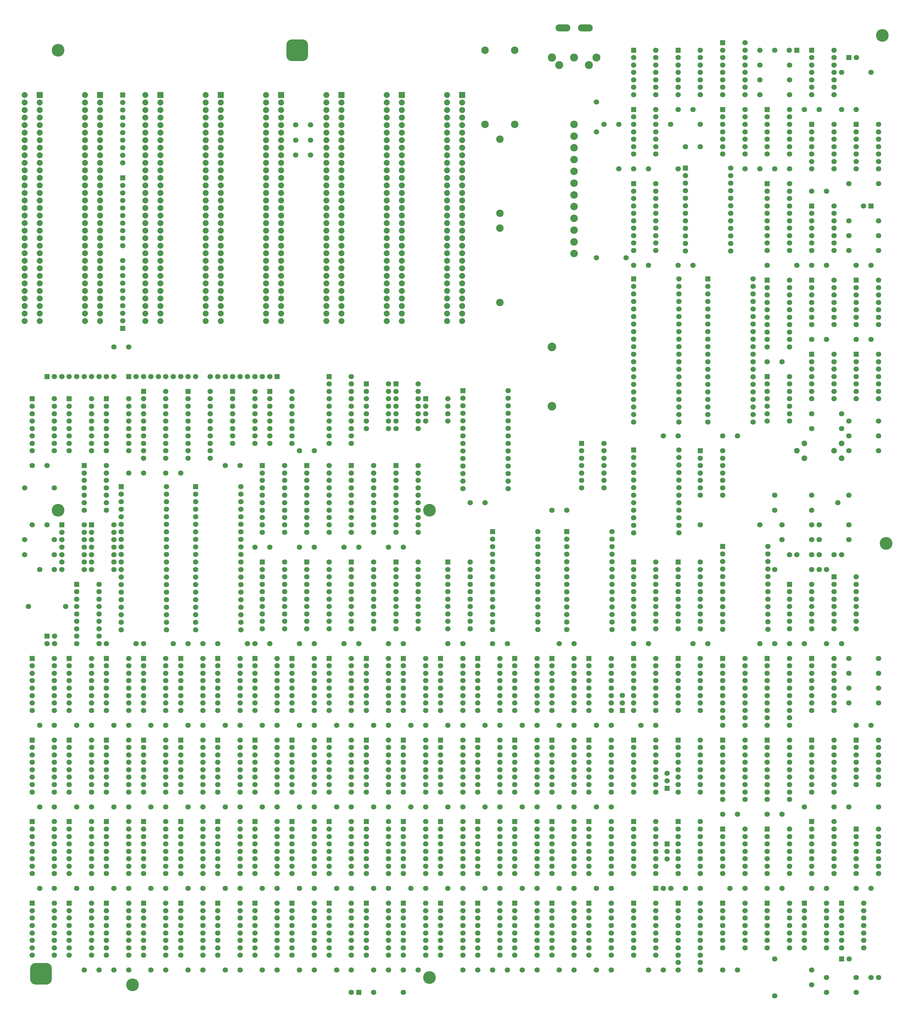
<source format=gts>
G04 Layer_Color=8388736*
%FSLAX23Y23*%
%MOIN*%
G70*
G01*
G75*
%ADD42C,0.071*%
%ADD43R,0.071X0.071*%
%ADD44R,0.071X0.071*%
%ADD45R,0.079X0.079*%
%ADD46C,0.079*%
%ADD47C,0.099*%
%ADD48C,0.110*%
%ADD49C,0.106*%
%ADD50O,0.197X0.095*%
%ADD51C,0.075*%
G04:AMPARAMS|DCode=52|XSize=288mil|YSize=288mil|CornerRadius=75mil|HoleSize=0mil|Usage=FLASHONLY|Rotation=0.000|XOffset=0mil|YOffset=0mil|HoleType=Round|Shape=RoundedRectangle|*
%AMROUNDEDRECTD52*
21,1,0.288,0.138,0,0,0.0*
21,1,0.138,0.288,0,0,0.0*
1,1,0.150,0.069,-0.069*
1,1,0.150,-0.069,-0.069*
1,1,0.150,-0.069,0.069*
1,1,0.150,0.069,0.069*
%
%ADD52ROUNDEDRECTD52*%
%ADD53C,0.169*%
%ADD54C,0.114*%
D42*
X8711Y1965D02*
D03*
Y2065D02*
D03*
X8563Y1772D02*
D03*
Y1870D02*
D03*
Y1969D02*
D03*
Y2067D02*
D03*
Y2165D02*
D03*
Y2264D02*
D03*
Y2362D02*
D03*
Y2461D02*
D03*
X8268Y1772D02*
D03*
Y1870D02*
D03*
Y1969D02*
D03*
Y2067D02*
D03*
Y2165D02*
D03*
Y2264D02*
D03*
Y2362D02*
D03*
X8563Y689D02*
D03*
Y787D02*
D03*
Y886D02*
D03*
Y984D02*
D03*
Y1083D02*
D03*
Y1181D02*
D03*
Y1280D02*
D03*
Y1378D02*
D03*
X8268Y689D02*
D03*
Y787D02*
D03*
Y886D02*
D03*
Y984D02*
D03*
Y1083D02*
D03*
Y1181D02*
D03*
Y1280D02*
D03*
X6998Y5009D02*
D03*
Y5109D02*
D03*
Y5209D02*
D03*
Y5309D02*
D03*
Y5409D02*
D03*
Y5509D02*
D03*
Y5609D02*
D03*
Y5709D02*
D03*
Y5809D02*
D03*
Y5909D02*
D03*
Y6009D02*
D03*
Y6109D02*
D03*
Y6209D02*
D03*
Y6309D02*
D03*
X6398Y5009D02*
D03*
Y5109D02*
D03*
Y5209D02*
D03*
Y5309D02*
D03*
Y5409D02*
D03*
Y5509D02*
D03*
Y5609D02*
D03*
Y5709D02*
D03*
Y5809D02*
D03*
Y5909D02*
D03*
Y6009D02*
D03*
Y6109D02*
D03*
Y6209D02*
D03*
X7982Y5009D02*
D03*
Y5109D02*
D03*
Y5209D02*
D03*
Y5309D02*
D03*
Y5409D02*
D03*
Y5509D02*
D03*
Y5609D02*
D03*
Y5709D02*
D03*
Y5809D02*
D03*
Y5909D02*
D03*
Y6009D02*
D03*
Y6109D02*
D03*
Y6209D02*
D03*
Y6309D02*
D03*
X7382Y5009D02*
D03*
Y5109D02*
D03*
Y5209D02*
D03*
Y5309D02*
D03*
Y5409D02*
D03*
Y5509D02*
D03*
Y5609D02*
D03*
Y5709D02*
D03*
Y5809D02*
D03*
Y5909D02*
D03*
Y6009D02*
D03*
Y6109D02*
D03*
Y6209D02*
D03*
X6604Y6879D02*
D03*
Y6979D02*
D03*
Y7079D02*
D03*
Y7179D02*
D03*
Y7279D02*
D03*
Y7379D02*
D03*
Y7479D02*
D03*
Y7579D02*
D03*
Y7679D02*
D03*
Y7779D02*
D03*
Y7879D02*
D03*
Y7979D02*
D03*
Y8079D02*
D03*
Y8179D02*
D03*
X6004Y6879D02*
D03*
Y6979D02*
D03*
Y7079D02*
D03*
Y7179D02*
D03*
Y7279D02*
D03*
Y7379D02*
D03*
Y7479D02*
D03*
Y7579D02*
D03*
Y7679D02*
D03*
Y7779D02*
D03*
Y7879D02*
D03*
Y7979D02*
D03*
Y8079D02*
D03*
X2076Y5005D02*
D03*
Y5105D02*
D03*
Y5205D02*
D03*
Y5305D02*
D03*
Y5405D02*
D03*
Y5505D02*
D03*
Y5605D02*
D03*
Y5705D02*
D03*
Y5805D02*
D03*
Y5905D02*
D03*
Y6005D02*
D03*
Y6105D02*
D03*
Y6205D02*
D03*
Y6305D02*
D03*
Y6405D02*
D03*
Y6505D02*
D03*
Y6605D02*
D03*
Y6705D02*
D03*
Y6805D02*
D03*
Y6905D02*
D03*
X1476Y5005D02*
D03*
Y5105D02*
D03*
Y5205D02*
D03*
Y5305D02*
D03*
Y5405D02*
D03*
Y5505D02*
D03*
Y5605D02*
D03*
Y5705D02*
D03*
Y5805D02*
D03*
Y5905D02*
D03*
Y6005D02*
D03*
Y6105D02*
D03*
Y6205D02*
D03*
Y6305D02*
D03*
Y6405D02*
D03*
Y6505D02*
D03*
Y6605D02*
D03*
Y6705D02*
D03*
Y6805D02*
D03*
X9852Y7761D02*
D03*
Y7861D02*
D03*
Y7961D02*
D03*
Y8061D02*
D03*
Y8161D02*
D03*
Y8261D02*
D03*
Y8361D02*
D03*
Y8461D02*
D03*
Y8561D02*
D03*
Y8661D02*
D03*
Y8761D02*
D03*
Y8861D02*
D03*
Y8961D02*
D03*
Y9061D02*
D03*
Y9161D02*
D03*
Y9261D02*
D03*
Y9361D02*
D03*
Y9461D02*
D03*
Y9561D02*
D03*
Y9661D02*
D03*
X9252Y7761D02*
D03*
Y7861D02*
D03*
Y7961D02*
D03*
Y8061D02*
D03*
Y8161D02*
D03*
Y8261D02*
D03*
Y8361D02*
D03*
Y8461D02*
D03*
Y8561D02*
D03*
Y8661D02*
D03*
Y8761D02*
D03*
Y8861D02*
D03*
Y8961D02*
D03*
Y9061D02*
D03*
Y9161D02*
D03*
Y9261D02*
D03*
Y9361D02*
D03*
Y9461D02*
D03*
Y9561D02*
D03*
X8868Y7761D02*
D03*
Y7861D02*
D03*
Y7961D02*
D03*
Y8061D02*
D03*
Y8161D02*
D03*
Y8261D02*
D03*
Y8361D02*
D03*
Y8461D02*
D03*
Y8561D02*
D03*
Y8661D02*
D03*
Y8761D02*
D03*
Y8861D02*
D03*
Y8961D02*
D03*
Y9061D02*
D03*
Y9161D02*
D03*
Y9261D02*
D03*
Y9361D02*
D03*
Y9461D02*
D03*
Y9561D02*
D03*
Y9661D02*
D03*
X8268Y7761D02*
D03*
Y7861D02*
D03*
Y7961D02*
D03*
Y8061D02*
D03*
Y8161D02*
D03*
Y8261D02*
D03*
Y8361D02*
D03*
Y8461D02*
D03*
Y8561D02*
D03*
Y8661D02*
D03*
Y8761D02*
D03*
Y8861D02*
D03*
Y8961D02*
D03*
Y9061D02*
D03*
Y9161D02*
D03*
Y9261D02*
D03*
Y9361D02*
D03*
Y9461D02*
D03*
Y9561D02*
D03*
X3061Y5005D02*
D03*
Y5105D02*
D03*
Y5205D02*
D03*
Y5305D02*
D03*
Y5405D02*
D03*
Y5505D02*
D03*
Y5605D02*
D03*
Y5705D02*
D03*
Y5805D02*
D03*
Y5905D02*
D03*
Y6005D02*
D03*
Y6105D02*
D03*
Y6205D02*
D03*
Y6305D02*
D03*
Y6405D02*
D03*
Y6505D02*
D03*
Y6605D02*
D03*
Y6705D02*
D03*
Y6805D02*
D03*
Y6905D02*
D03*
X2461Y5005D02*
D03*
Y5105D02*
D03*
Y5205D02*
D03*
Y5305D02*
D03*
Y5405D02*
D03*
Y5505D02*
D03*
Y5605D02*
D03*
Y5705D02*
D03*
Y5805D02*
D03*
Y5905D02*
D03*
Y6005D02*
D03*
Y6105D02*
D03*
Y6205D02*
D03*
Y6305D02*
D03*
Y6405D02*
D03*
Y6505D02*
D03*
Y6605D02*
D03*
Y6705D02*
D03*
Y6805D02*
D03*
X10630Y295D02*
D03*
Y492D02*
D03*
X10138Y148D02*
D03*
Y640D02*
D03*
X590Y5807D02*
D03*
X394D02*
D03*
X738Y5315D02*
D03*
X246D02*
D03*
X9941Y6398D02*
D03*
X9153D02*
D03*
X7972Y3937D02*
D03*
Y4035D02*
D03*
Y4134D02*
D03*
Y4232D02*
D03*
Y4331D02*
D03*
Y4429D02*
D03*
Y4528D02*
D03*
Y4626D02*
D03*
X7677Y3937D02*
D03*
Y4035D02*
D03*
Y4134D02*
D03*
Y4232D02*
D03*
Y4331D02*
D03*
Y4429D02*
D03*
Y4528D02*
D03*
X6988Y3937D02*
D03*
Y4035D02*
D03*
Y4134D02*
D03*
Y4232D02*
D03*
Y4331D02*
D03*
Y4429D02*
D03*
Y4528D02*
D03*
Y4626D02*
D03*
X6693Y3937D02*
D03*
Y4035D02*
D03*
Y4134D02*
D03*
Y4232D02*
D03*
Y4331D02*
D03*
Y4429D02*
D03*
Y4528D02*
D03*
X6004Y3937D02*
D03*
Y4035D02*
D03*
Y4134D02*
D03*
Y4232D02*
D03*
Y4331D02*
D03*
Y4429D02*
D03*
Y4528D02*
D03*
Y4626D02*
D03*
X5709Y3937D02*
D03*
Y4035D02*
D03*
Y4134D02*
D03*
Y4232D02*
D03*
Y4331D02*
D03*
Y4429D02*
D03*
Y4528D02*
D03*
X5020Y3937D02*
D03*
Y4035D02*
D03*
Y4134D02*
D03*
Y4232D02*
D03*
Y4331D02*
D03*
Y4429D02*
D03*
Y4528D02*
D03*
Y4626D02*
D03*
X4724Y3937D02*
D03*
Y4035D02*
D03*
Y4134D02*
D03*
Y4232D02*
D03*
Y4331D02*
D03*
Y4429D02*
D03*
Y4528D02*
D03*
X4035Y3937D02*
D03*
Y4035D02*
D03*
Y4134D02*
D03*
Y4232D02*
D03*
Y4331D02*
D03*
Y4429D02*
D03*
Y4528D02*
D03*
Y4626D02*
D03*
X3740Y3937D02*
D03*
Y4035D02*
D03*
Y4134D02*
D03*
Y4232D02*
D03*
Y4331D02*
D03*
Y4429D02*
D03*
Y4528D02*
D03*
X3051Y3937D02*
D03*
Y4035D02*
D03*
Y4134D02*
D03*
Y4232D02*
D03*
Y4331D02*
D03*
Y4429D02*
D03*
Y4528D02*
D03*
Y4626D02*
D03*
X2756Y3937D02*
D03*
Y4035D02*
D03*
Y4134D02*
D03*
Y4232D02*
D03*
Y4331D02*
D03*
Y4429D02*
D03*
Y4528D02*
D03*
X2067Y3937D02*
D03*
Y4035D02*
D03*
Y4134D02*
D03*
Y4232D02*
D03*
Y4331D02*
D03*
Y4429D02*
D03*
Y4528D02*
D03*
Y4626D02*
D03*
X1772Y3937D02*
D03*
Y4035D02*
D03*
Y4134D02*
D03*
Y4232D02*
D03*
Y4331D02*
D03*
Y4429D02*
D03*
Y4528D02*
D03*
X1083Y3937D02*
D03*
Y4035D02*
D03*
Y4134D02*
D03*
Y4232D02*
D03*
Y4331D02*
D03*
Y4429D02*
D03*
Y4528D02*
D03*
Y4626D02*
D03*
X787Y3937D02*
D03*
Y4035D02*
D03*
Y4134D02*
D03*
Y4232D02*
D03*
Y4331D02*
D03*
Y4429D02*
D03*
Y4528D02*
D03*
X7480Y3937D02*
D03*
Y4035D02*
D03*
Y4134D02*
D03*
Y4232D02*
D03*
Y4331D02*
D03*
Y4429D02*
D03*
Y4528D02*
D03*
Y4626D02*
D03*
X7185Y3937D02*
D03*
Y4035D02*
D03*
Y4134D02*
D03*
Y4232D02*
D03*
Y4331D02*
D03*
Y4429D02*
D03*
Y4528D02*
D03*
X6496Y3937D02*
D03*
Y4035D02*
D03*
Y4134D02*
D03*
Y4232D02*
D03*
Y4331D02*
D03*
Y4429D02*
D03*
Y4528D02*
D03*
Y4626D02*
D03*
X6201Y3937D02*
D03*
Y4035D02*
D03*
Y4134D02*
D03*
Y4232D02*
D03*
Y4331D02*
D03*
Y4429D02*
D03*
Y4528D02*
D03*
X5512Y3937D02*
D03*
Y4035D02*
D03*
Y4134D02*
D03*
Y4232D02*
D03*
Y4331D02*
D03*
Y4429D02*
D03*
Y4528D02*
D03*
Y4626D02*
D03*
X5216Y3937D02*
D03*
Y4035D02*
D03*
Y4134D02*
D03*
Y4232D02*
D03*
Y4331D02*
D03*
Y4429D02*
D03*
Y4528D02*
D03*
X4527Y3937D02*
D03*
Y4035D02*
D03*
Y4134D02*
D03*
Y4232D02*
D03*
Y4331D02*
D03*
Y4429D02*
D03*
Y4528D02*
D03*
Y4626D02*
D03*
X4232Y3937D02*
D03*
Y4035D02*
D03*
Y4134D02*
D03*
Y4232D02*
D03*
Y4331D02*
D03*
Y4429D02*
D03*
Y4528D02*
D03*
X3543Y3937D02*
D03*
Y4035D02*
D03*
Y4134D02*
D03*
Y4232D02*
D03*
Y4331D02*
D03*
Y4429D02*
D03*
Y4528D02*
D03*
Y4626D02*
D03*
X3248Y3937D02*
D03*
Y4035D02*
D03*
Y4134D02*
D03*
Y4232D02*
D03*
Y4331D02*
D03*
Y4429D02*
D03*
Y4528D02*
D03*
X2559Y3937D02*
D03*
Y4035D02*
D03*
Y4134D02*
D03*
Y4232D02*
D03*
Y4331D02*
D03*
Y4429D02*
D03*
Y4528D02*
D03*
Y4626D02*
D03*
X2264Y3937D02*
D03*
Y4035D02*
D03*
Y4134D02*
D03*
Y4232D02*
D03*
Y4331D02*
D03*
Y4429D02*
D03*
Y4528D02*
D03*
X1575Y3937D02*
D03*
Y4035D02*
D03*
Y4134D02*
D03*
Y4232D02*
D03*
Y4331D02*
D03*
Y4429D02*
D03*
Y4528D02*
D03*
Y4626D02*
D03*
X1279Y3937D02*
D03*
Y4035D02*
D03*
Y4134D02*
D03*
Y4232D02*
D03*
Y4331D02*
D03*
Y4429D02*
D03*
Y4528D02*
D03*
X590Y3937D02*
D03*
Y4035D02*
D03*
Y4134D02*
D03*
Y4232D02*
D03*
Y4331D02*
D03*
Y4429D02*
D03*
Y4528D02*
D03*
Y4626D02*
D03*
X295Y3937D02*
D03*
Y4035D02*
D03*
Y4134D02*
D03*
Y4232D02*
D03*
Y4331D02*
D03*
Y4429D02*
D03*
Y4528D02*
D03*
X7972Y2854D02*
D03*
Y2953D02*
D03*
Y3051D02*
D03*
Y3150D02*
D03*
Y3248D02*
D03*
Y3346D02*
D03*
Y3445D02*
D03*
Y3543D02*
D03*
X7677Y2854D02*
D03*
Y2953D02*
D03*
Y3051D02*
D03*
Y3150D02*
D03*
Y3248D02*
D03*
Y3346D02*
D03*
Y3445D02*
D03*
X6988Y2854D02*
D03*
Y2953D02*
D03*
Y3051D02*
D03*
Y3150D02*
D03*
Y3248D02*
D03*
Y3346D02*
D03*
Y3445D02*
D03*
Y3543D02*
D03*
X6693Y2854D02*
D03*
Y2953D02*
D03*
Y3051D02*
D03*
Y3150D02*
D03*
Y3248D02*
D03*
Y3346D02*
D03*
Y3445D02*
D03*
X6004Y2854D02*
D03*
Y2953D02*
D03*
Y3051D02*
D03*
Y3150D02*
D03*
Y3248D02*
D03*
Y3346D02*
D03*
Y3445D02*
D03*
Y3543D02*
D03*
X5709Y2854D02*
D03*
Y2953D02*
D03*
Y3051D02*
D03*
Y3150D02*
D03*
Y3248D02*
D03*
Y3346D02*
D03*
Y3445D02*
D03*
X5020Y2854D02*
D03*
Y2953D02*
D03*
Y3051D02*
D03*
Y3150D02*
D03*
Y3248D02*
D03*
Y3346D02*
D03*
Y3445D02*
D03*
Y3543D02*
D03*
X4724Y2854D02*
D03*
Y2953D02*
D03*
Y3051D02*
D03*
Y3150D02*
D03*
Y3248D02*
D03*
Y3346D02*
D03*
Y3445D02*
D03*
X4035Y2854D02*
D03*
Y2953D02*
D03*
Y3051D02*
D03*
Y3150D02*
D03*
Y3248D02*
D03*
Y3346D02*
D03*
Y3445D02*
D03*
Y3543D02*
D03*
X3740Y2854D02*
D03*
Y2953D02*
D03*
Y3051D02*
D03*
Y3150D02*
D03*
Y3248D02*
D03*
Y3346D02*
D03*
Y3445D02*
D03*
X3051Y2854D02*
D03*
Y2953D02*
D03*
Y3051D02*
D03*
Y3150D02*
D03*
Y3248D02*
D03*
Y3346D02*
D03*
Y3445D02*
D03*
Y3543D02*
D03*
X2756Y2854D02*
D03*
Y2953D02*
D03*
Y3051D02*
D03*
Y3150D02*
D03*
Y3248D02*
D03*
Y3346D02*
D03*
Y3445D02*
D03*
X2067Y2854D02*
D03*
Y2953D02*
D03*
Y3051D02*
D03*
Y3150D02*
D03*
Y3248D02*
D03*
Y3346D02*
D03*
Y3445D02*
D03*
Y3543D02*
D03*
X1772Y2854D02*
D03*
Y2953D02*
D03*
Y3051D02*
D03*
Y3150D02*
D03*
Y3248D02*
D03*
Y3346D02*
D03*
Y3445D02*
D03*
X1083Y2854D02*
D03*
Y2953D02*
D03*
Y3051D02*
D03*
Y3150D02*
D03*
Y3248D02*
D03*
Y3346D02*
D03*
Y3445D02*
D03*
Y3543D02*
D03*
X787Y2854D02*
D03*
Y2953D02*
D03*
Y3051D02*
D03*
Y3150D02*
D03*
Y3248D02*
D03*
Y3346D02*
D03*
Y3445D02*
D03*
X7480Y2854D02*
D03*
Y2953D02*
D03*
Y3051D02*
D03*
Y3150D02*
D03*
Y3248D02*
D03*
Y3346D02*
D03*
Y3445D02*
D03*
Y3543D02*
D03*
X7185Y2854D02*
D03*
Y2953D02*
D03*
Y3051D02*
D03*
Y3150D02*
D03*
Y3248D02*
D03*
Y3346D02*
D03*
Y3445D02*
D03*
X6496Y2854D02*
D03*
Y2953D02*
D03*
Y3051D02*
D03*
Y3150D02*
D03*
Y3248D02*
D03*
Y3346D02*
D03*
Y3445D02*
D03*
Y3543D02*
D03*
X6201Y2854D02*
D03*
Y2953D02*
D03*
Y3051D02*
D03*
Y3150D02*
D03*
Y3248D02*
D03*
Y3346D02*
D03*
Y3445D02*
D03*
X5512Y2854D02*
D03*
Y2953D02*
D03*
Y3051D02*
D03*
Y3150D02*
D03*
Y3248D02*
D03*
Y3346D02*
D03*
Y3445D02*
D03*
Y3543D02*
D03*
X5216Y2854D02*
D03*
Y2953D02*
D03*
Y3051D02*
D03*
Y3150D02*
D03*
Y3248D02*
D03*
Y3346D02*
D03*
Y3445D02*
D03*
X4527Y2854D02*
D03*
Y2953D02*
D03*
Y3051D02*
D03*
Y3150D02*
D03*
Y3248D02*
D03*
Y3346D02*
D03*
Y3445D02*
D03*
Y3543D02*
D03*
X4232Y2854D02*
D03*
Y2953D02*
D03*
Y3051D02*
D03*
Y3150D02*
D03*
Y3248D02*
D03*
Y3346D02*
D03*
Y3445D02*
D03*
X3543Y2854D02*
D03*
Y2953D02*
D03*
Y3051D02*
D03*
Y3150D02*
D03*
Y3248D02*
D03*
Y3346D02*
D03*
Y3445D02*
D03*
Y3543D02*
D03*
X3248Y2854D02*
D03*
Y2953D02*
D03*
Y3051D02*
D03*
Y3150D02*
D03*
Y3248D02*
D03*
Y3346D02*
D03*
Y3445D02*
D03*
X2559Y2854D02*
D03*
Y2953D02*
D03*
Y3051D02*
D03*
Y3150D02*
D03*
Y3248D02*
D03*
Y3346D02*
D03*
Y3445D02*
D03*
Y3543D02*
D03*
X2264Y2854D02*
D03*
Y2953D02*
D03*
Y3051D02*
D03*
Y3150D02*
D03*
Y3248D02*
D03*
Y3346D02*
D03*
Y3445D02*
D03*
X1575Y2854D02*
D03*
Y2953D02*
D03*
Y3051D02*
D03*
Y3150D02*
D03*
Y3248D02*
D03*
Y3346D02*
D03*
Y3445D02*
D03*
Y3543D02*
D03*
X1279Y2854D02*
D03*
Y2953D02*
D03*
Y3051D02*
D03*
Y3150D02*
D03*
Y3248D02*
D03*
Y3346D02*
D03*
Y3445D02*
D03*
X590Y2854D02*
D03*
Y2953D02*
D03*
Y3051D02*
D03*
Y3150D02*
D03*
Y3248D02*
D03*
Y3346D02*
D03*
Y3445D02*
D03*
Y3543D02*
D03*
X295Y2854D02*
D03*
Y2953D02*
D03*
Y3051D02*
D03*
Y3150D02*
D03*
Y3248D02*
D03*
Y3346D02*
D03*
Y3445D02*
D03*
X7972Y1772D02*
D03*
Y1870D02*
D03*
Y1969D02*
D03*
Y2067D02*
D03*
Y2165D02*
D03*
Y2264D02*
D03*
Y2362D02*
D03*
Y2461D02*
D03*
X7677Y1772D02*
D03*
Y1870D02*
D03*
Y1969D02*
D03*
Y2067D02*
D03*
Y2165D02*
D03*
Y2264D02*
D03*
Y2362D02*
D03*
X6988Y1772D02*
D03*
Y1870D02*
D03*
Y1969D02*
D03*
Y2067D02*
D03*
Y2165D02*
D03*
Y2264D02*
D03*
Y2362D02*
D03*
Y2461D02*
D03*
X6693Y1772D02*
D03*
Y1870D02*
D03*
Y1969D02*
D03*
Y2067D02*
D03*
Y2165D02*
D03*
Y2264D02*
D03*
Y2362D02*
D03*
X6004Y1772D02*
D03*
Y1870D02*
D03*
Y1969D02*
D03*
Y2067D02*
D03*
Y2165D02*
D03*
Y2264D02*
D03*
Y2362D02*
D03*
Y2461D02*
D03*
X5709Y1772D02*
D03*
Y1870D02*
D03*
Y1969D02*
D03*
Y2067D02*
D03*
Y2165D02*
D03*
Y2264D02*
D03*
Y2362D02*
D03*
X5020Y1772D02*
D03*
Y1870D02*
D03*
Y1969D02*
D03*
Y2067D02*
D03*
Y2165D02*
D03*
Y2264D02*
D03*
Y2362D02*
D03*
Y2461D02*
D03*
X4724Y1772D02*
D03*
Y1870D02*
D03*
Y1969D02*
D03*
Y2067D02*
D03*
Y2165D02*
D03*
Y2264D02*
D03*
Y2362D02*
D03*
X4035Y1772D02*
D03*
Y1870D02*
D03*
Y1969D02*
D03*
Y2067D02*
D03*
Y2165D02*
D03*
Y2264D02*
D03*
Y2362D02*
D03*
Y2461D02*
D03*
X3740Y1772D02*
D03*
Y1870D02*
D03*
Y1969D02*
D03*
Y2067D02*
D03*
Y2165D02*
D03*
Y2264D02*
D03*
Y2362D02*
D03*
X3051Y1772D02*
D03*
Y1870D02*
D03*
Y1969D02*
D03*
Y2067D02*
D03*
Y2165D02*
D03*
Y2264D02*
D03*
Y2362D02*
D03*
Y2461D02*
D03*
X2756Y1772D02*
D03*
Y1870D02*
D03*
Y1969D02*
D03*
Y2067D02*
D03*
Y2165D02*
D03*
Y2264D02*
D03*
Y2362D02*
D03*
X2067Y1772D02*
D03*
Y1870D02*
D03*
Y1969D02*
D03*
Y2067D02*
D03*
Y2165D02*
D03*
Y2264D02*
D03*
Y2362D02*
D03*
Y2461D02*
D03*
X1772Y1772D02*
D03*
Y1870D02*
D03*
Y1969D02*
D03*
Y2067D02*
D03*
Y2165D02*
D03*
Y2264D02*
D03*
Y2362D02*
D03*
X1083Y1772D02*
D03*
Y1870D02*
D03*
Y1969D02*
D03*
Y2067D02*
D03*
Y2165D02*
D03*
Y2264D02*
D03*
Y2362D02*
D03*
Y2461D02*
D03*
X787Y1772D02*
D03*
Y1870D02*
D03*
Y1969D02*
D03*
Y2067D02*
D03*
Y2165D02*
D03*
Y2264D02*
D03*
Y2362D02*
D03*
X7480Y1772D02*
D03*
Y1870D02*
D03*
Y1969D02*
D03*
Y2067D02*
D03*
Y2165D02*
D03*
Y2264D02*
D03*
Y2362D02*
D03*
Y2461D02*
D03*
X7185Y1772D02*
D03*
Y1870D02*
D03*
Y1969D02*
D03*
Y2067D02*
D03*
Y2165D02*
D03*
Y2264D02*
D03*
Y2362D02*
D03*
X6496Y1772D02*
D03*
Y1870D02*
D03*
Y1969D02*
D03*
Y2067D02*
D03*
Y2165D02*
D03*
Y2264D02*
D03*
Y2362D02*
D03*
Y2461D02*
D03*
X6201Y1772D02*
D03*
Y1870D02*
D03*
Y1969D02*
D03*
Y2067D02*
D03*
Y2165D02*
D03*
Y2264D02*
D03*
Y2362D02*
D03*
X5512Y1772D02*
D03*
Y1870D02*
D03*
Y1969D02*
D03*
Y2067D02*
D03*
Y2165D02*
D03*
Y2264D02*
D03*
Y2362D02*
D03*
Y2461D02*
D03*
X5216Y1772D02*
D03*
Y1870D02*
D03*
Y1969D02*
D03*
Y2067D02*
D03*
Y2165D02*
D03*
Y2264D02*
D03*
Y2362D02*
D03*
X4527Y1772D02*
D03*
Y1870D02*
D03*
Y1969D02*
D03*
Y2067D02*
D03*
Y2165D02*
D03*
Y2264D02*
D03*
Y2362D02*
D03*
Y2461D02*
D03*
X4232Y1772D02*
D03*
Y1870D02*
D03*
Y1969D02*
D03*
Y2067D02*
D03*
Y2165D02*
D03*
Y2264D02*
D03*
Y2362D02*
D03*
X3543Y1772D02*
D03*
Y1870D02*
D03*
Y1969D02*
D03*
Y2067D02*
D03*
Y2165D02*
D03*
Y2264D02*
D03*
Y2362D02*
D03*
Y2461D02*
D03*
X3248Y1772D02*
D03*
Y1870D02*
D03*
Y1969D02*
D03*
Y2067D02*
D03*
Y2165D02*
D03*
Y2264D02*
D03*
Y2362D02*
D03*
X2559Y1772D02*
D03*
Y1870D02*
D03*
Y1969D02*
D03*
Y2067D02*
D03*
Y2165D02*
D03*
Y2264D02*
D03*
Y2362D02*
D03*
Y2461D02*
D03*
X2264Y1772D02*
D03*
Y1870D02*
D03*
Y1969D02*
D03*
Y2067D02*
D03*
Y2165D02*
D03*
Y2264D02*
D03*
Y2362D02*
D03*
X1575Y1772D02*
D03*
Y1870D02*
D03*
Y1969D02*
D03*
Y2067D02*
D03*
Y2165D02*
D03*
Y2264D02*
D03*
Y2362D02*
D03*
Y2461D02*
D03*
X1279Y1772D02*
D03*
Y1870D02*
D03*
Y1969D02*
D03*
Y2067D02*
D03*
Y2165D02*
D03*
Y2264D02*
D03*
Y2362D02*
D03*
X590Y1772D02*
D03*
Y1870D02*
D03*
Y1969D02*
D03*
Y2067D02*
D03*
Y2165D02*
D03*
Y2264D02*
D03*
Y2362D02*
D03*
Y2461D02*
D03*
X295Y1772D02*
D03*
Y1870D02*
D03*
Y1969D02*
D03*
Y2067D02*
D03*
Y2165D02*
D03*
Y2264D02*
D03*
Y2362D02*
D03*
X7972Y689D02*
D03*
Y787D02*
D03*
Y886D02*
D03*
Y984D02*
D03*
Y1083D02*
D03*
Y1181D02*
D03*
Y1280D02*
D03*
Y1378D02*
D03*
X7677Y689D02*
D03*
Y787D02*
D03*
Y886D02*
D03*
Y984D02*
D03*
Y1083D02*
D03*
Y1181D02*
D03*
Y1280D02*
D03*
X6988Y689D02*
D03*
Y787D02*
D03*
Y886D02*
D03*
Y984D02*
D03*
Y1083D02*
D03*
Y1181D02*
D03*
Y1280D02*
D03*
Y1378D02*
D03*
X6693Y689D02*
D03*
Y787D02*
D03*
Y886D02*
D03*
Y984D02*
D03*
Y1083D02*
D03*
Y1181D02*
D03*
Y1280D02*
D03*
X6004Y689D02*
D03*
Y787D02*
D03*
Y886D02*
D03*
Y984D02*
D03*
Y1083D02*
D03*
Y1181D02*
D03*
Y1280D02*
D03*
Y1378D02*
D03*
X5709Y689D02*
D03*
Y787D02*
D03*
Y886D02*
D03*
Y984D02*
D03*
Y1083D02*
D03*
Y1181D02*
D03*
Y1280D02*
D03*
X5020Y689D02*
D03*
Y787D02*
D03*
Y886D02*
D03*
Y984D02*
D03*
Y1083D02*
D03*
Y1181D02*
D03*
Y1280D02*
D03*
Y1378D02*
D03*
X4724Y689D02*
D03*
Y787D02*
D03*
Y886D02*
D03*
Y984D02*
D03*
Y1083D02*
D03*
Y1181D02*
D03*
Y1280D02*
D03*
X4035Y689D02*
D03*
Y787D02*
D03*
Y886D02*
D03*
Y984D02*
D03*
Y1083D02*
D03*
Y1181D02*
D03*
Y1280D02*
D03*
Y1378D02*
D03*
X3740Y689D02*
D03*
Y787D02*
D03*
Y886D02*
D03*
Y984D02*
D03*
Y1083D02*
D03*
Y1181D02*
D03*
Y1280D02*
D03*
X3051Y689D02*
D03*
Y787D02*
D03*
Y886D02*
D03*
Y984D02*
D03*
Y1083D02*
D03*
Y1181D02*
D03*
Y1280D02*
D03*
Y1378D02*
D03*
X2756Y689D02*
D03*
Y787D02*
D03*
Y886D02*
D03*
Y984D02*
D03*
Y1083D02*
D03*
Y1181D02*
D03*
Y1280D02*
D03*
X2067Y689D02*
D03*
Y787D02*
D03*
Y886D02*
D03*
Y984D02*
D03*
Y1083D02*
D03*
Y1181D02*
D03*
Y1280D02*
D03*
Y1378D02*
D03*
X1772Y689D02*
D03*
Y787D02*
D03*
Y886D02*
D03*
Y984D02*
D03*
Y1083D02*
D03*
Y1181D02*
D03*
Y1280D02*
D03*
X1083Y689D02*
D03*
Y787D02*
D03*
Y886D02*
D03*
Y984D02*
D03*
Y1083D02*
D03*
Y1181D02*
D03*
Y1280D02*
D03*
Y1378D02*
D03*
X787Y689D02*
D03*
Y787D02*
D03*
Y886D02*
D03*
Y984D02*
D03*
Y1083D02*
D03*
Y1181D02*
D03*
Y1280D02*
D03*
X7480Y689D02*
D03*
Y787D02*
D03*
Y886D02*
D03*
Y984D02*
D03*
Y1083D02*
D03*
Y1181D02*
D03*
Y1280D02*
D03*
Y1378D02*
D03*
X7185Y689D02*
D03*
Y787D02*
D03*
Y886D02*
D03*
Y984D02*
D03*
Y1083D02*
D03*
Y1181D02*
D03*
Y1280D02*
D03*
X6496Y689D02*
D03*
Y787D02*
D03*
Y886D02*
D03*
Y984D02*
D03*
Y1083D02*
D03*
Y1181D02*
D03*
Y1280D02*
D03*
Y1378D02*
D03*
X6201Y689D02*
D03*
Y787D02*
D03*
Y886D02*
D03*
Y984D02*
D03*
Y1083D02*
D03*
Y1181D02*
D03*
Y1280D02*
D03*
X5512Y689D02*
D03*
Y787D02*
D03*
Y886D02*
D03*
Y984D02*
D03*
Y1083D02*
D03*
Y1181D02*
D03*
Y1280D02*
D03*
Y1378D02*
D03*
X5216Y689D02*
D03*
Y787D02*
D03*
Y886D02*
D03*
Y984D02*
D03*
Y1083D02*
D03*
Y1181D02*
D03*
Y1280D02*
D03*
X4527Y689D02*
D03*
Y787D02*
D03*
Y886D02*
D03*
Y984D02*
D03*
Y1083D02*
D03*
Y1181D02*
D03*
Y1280D02*
D03*
Y1378D02*
D03*
X4232Y689D02*
D03*
Y787D02*
D03*
Y886D02*
D03*
Y984D02*
D03*
Y1083D02*
D03*
Y1181D02*
D03*
Y1280D02*
D03*
X3543Y689D02*
D03*
Y787D02*
D03*
Y886D02*
D03*
Y984D02*
D03*
Y1083D02*
D03*
Y1181D02*
D03*
Y1280D02*
D03*
Y1378D02*
D03*
X3248Y689D02*
D03*
Y787D02*
D03*
Y886D02*
D03*
Y984D02*
D03*
Y1083D02*
D03*
Y1181D02*
D03*
Y1280D02*
D03*
X2559Y689D02*
D03*
Y787D02*
D03*
Y886D02*
D03*
Y984D02*
D03*
Y1083D02*
D03*
Y1181D02*
D03*
Y1280D02*
D03*
Y1378D02*
D03*
X2264Y689D02*
D03*
Y787D02*
D03*
Y886D02*
D03*
Y984D02*
D03*
Y1083D02*
D03*
Y1181D02*
D03*
Y1280D02*
D03*
X1575Y689D02*
D03*
Y787D02*
D03*
Y886D02*
D03*
Y984D02*
D03*
Y1083D02*
D03*
Y1181D02*
D03*
Y1280D02*
D03*
Y1378D02*
D03*
X1279Y689D02*
D03*
Y787D02*
D03*
Y886D02*
D03*
Y984D02*
D03*
Y1083D02*
D03*
Y1181D02*
D03*
Y1280D02*
D03*
X590Y689D02*
D03*
Y787D02*
D03*
Y886D02*
D03*
Y984D02*
D03*
Y1083D02*
D03*
Y1181D02*
D03*
Y1280D02*
D03*
Y1378D02*
D03*
X295Y689D02*
D03*
Y787D02*
D03*
Y886D02*
D03*
Y984D02*
D03*
Y1083D02*
D03*
Y1181D02*
D03*
Y1280D02*
D03*
X9153Y2854D02*
D03*
Y2953D02*
D03*
Y3051D02*
D03*
Y3150D02*
D03*
Y3248D02*
D03*
Y3346D02*
D03*
Y3445D02*
D03*
Y3543D02*
D03*
X8858Y2854D02*
D03*
Y2953D02*
D03*
Y3051D02*
D03*
Y3150D02*
D03*
Y3248D02*
D03*
Y3346D02*
D03*
Y3445D02*
D03*
X9449Y4528D02*
D03*
Y4429D02*
D03*
Y4331D02*
D03*
Y4232D02*
D03*
Y4134D02*
D03*
Y4035D02*
D03*
Y3937D02*
D03*
Y3839D02*
D03*
Y3740D02*
D03*
X9744Y4626D02*
D03*
Y4528D02*
D03*
Y4429D02*
D03*
Y4331D02*
D03*
Y4232D02*
D03*
Y4134D02*
D03*
Y4035D02*
D03*
Y3937D02*
D03*
Y3839D02*
D03*
Y3740D02*
D03*
X9153Y3937D02*
D03*
Y4035D02*
D03*
Y4134D02*
D03*
Y4232D02*
D03*
Y4331D02*
D03*
Y4429D02*
D03*
Y4528D02*
D03*
Y4626D02*
D03*
X8858Y3937D02*
D03*
Y4035D02*
D03*
Y4134D02*
D03*
Y4232D02*
D03*
Y4331D02*
D03*
Y4429D02*
D03*
Y4528D02*
D03*
X9153Y1772D02*
D03*
Y1870D02*
D03*
Y1969D02*
D03*
Y2067D02*
D03*
Y2165D02*
D03*
Y2264D02*
D03*
Y2362D02*
D03*
Y2461D02*
D03*
X8858Y1772D02*
D03*
Y1870D02*
D03*
Y1969D02*
D03*
Y2067D02*
D03*
Y2165D02*
D03*
Y2264D02*
D03*
Y2362D02*
D03*
X8563Y3937D02*
D03*
Y4035D02*
D03*
Y4134D02*
D03*
Y4232D02*
D03*
Y4331D02*
D03*
Y4429D02*
D03*
Y4528D02*
D03*
Y4626D02*
D03*
X8268Y3937D02*
D03*
Y4035D02*
D03*
Y4134D02*
D03*
Y4232D02*
D03*
Y4331D02*
D03*
Y4429D02*
D03*
Y4528D02*
D03*
X8563Y2854D02*
D03*
Y2953D02*
D03*
Y3051D02*
D03*
Y3150D02*
D03*
Y3248D02*
D03*
Y3346D02*
D03*
Y3445D02*
D03*
Y3543D02*
D03*
X8268Y2854D02*
D03*
Y2953D02*
D03*
Y3051D02*
D03*
Y3150D02*
D03*
Y3248D02*
D03*
Y3346D02*
D03*
Y3445D02*
D03*
X8858Y1280D02*
D03*
Y1181D02*
D03*
Y1083D02*
D03*
Y984D02*
D03*
Y886D02*
D03*
Y787D02*
D03*
Y689D02*
D03*
Y591D02*
D03*
Y492D02*
D03*
X9153Y1378D02*
D03*
Y1280D02*
D03*
Y1181D02*
D03*
Y1083D02*
D03*
Y984D02*
D03*
Y886D02*
D03*
Y787D02*
D03*
Y689D02*
D03*
Y591D02*
D03*
Y492D02*
D03*
X9744Y2756D02*
D03*
Y2854D02*
D03*
Y2953D02*
D03*
Y3051D02*
D03*
Y3150D02*
D03*
Y3248D02*
D03*
Y3346D02*
D03*
Y3445D02*
D03*
Y3543D02*
D03*
X9449Y2756D02*
D03*
Y2854D02*
D03*
Y2953D02*
D03*
Y3051D02*
D03*
Y3150D02*
D03*
Y3248D02*
D03*
Y3346D02*
D03*
Y3445D02*
D03*
X10335Y2756D02*
D03*
Y2854D02*
D03*
Y2953D02*
D03*
Y3051D02*
D03*
Y3150D02*
D03*
Y3248D02*
D03*
Y3346D02*
D03*
Y3445D02*
D03*
Y3543D02*
D03*
X10039Y2756D02*
D03*
Y2854D02*
D03*
Y2953D02*
D03*
Y3051D02*
D03*
Y3150D02*
D03*
Y3248D02*
D03*
Y3346D02*
D03*
Y3445D02*
D03*
X10925Y2854D02*
D03*
Y2953D02*
D03*
Y3051D02*
D03*
Y3150D02*
D03*
Y3248D02*
D03*
Y3346D02*
D03*
Y3445D02*
D03*
Y3543D02*
D03*
X10630Y2854D02*
D03*
Y2953D02*
D03*
Y3051D02*
D03*
Y3150D02*
D03*
Y3248D02*
D03*
Y3346D02*
D03*
Y3445D02*
D03*
X10925Y3937D02*
D03*
Y4035D02*
D03*
Y4134D02*
D03*
Y4232D02*
D03*
Y4331D02*
D03*
Y4429D02*
D03*
Y4528D02*
D03*
Y4626D02*
D03*
X10630Y3937D02*
D03*
Y4035D02*
D03*
Y4134D02*
D03*
Y4232D02*
D03*
Y4331D02*
D03*
Y4429D02*
D03*
Y4528D02*
D03*
X10039D02*
D03*
Y4429D02*
D03*
Y4331D02*
D03*
Y4232D02*
D03*
Y4134D02*
D03*
Y4035D02*
D03*
Y3937D02*
D03*
Y3839D02*
D03*
Y3740D02*
D03*
X10335Y4626D02*
D03*
Y4528D02*
D03*
Y4429D02*
D03*
Y4331D02*
D03*
Y4232D02*
D03*
Y4134D02*
D03*
Y4035D02*
D03*
Y3937D02*
D03*
Y3839D02*
D03*
Y3740D02*
D03*
X10925Y1772D02*
D03*
Y1870D02*
D03*
Y1969D02*
D03*
Y2067D02*
D03*
Y2165D02*
D03*
Y2264D02*
D03*
Y2362D02*
D03*
Y2461D02*
D03*
X10630Y1772D02*
D03*
Y1870D02*
D03*
Y1969D02*
D03*
Y2067D02*
D03*
Y2165D02*
D03*
Y2264D02*
D03*
Y2362D02*
D03*
X9744Y787D02*
D03*
Y886D02*
D03*
Y984D02*
D03*
Y1083D02*
D03*
Y1181D02*
D03*
Y1280D02*
D03*
Y1378D02*
D03*
X9449Y787D02*
D03*
Y886D02*
D03*
Y984D02*
D03*
Y1083D02*
D03*
Y1181D02*
D03*
Y1280D02*
D03*
X9744Y1772D02*
D03*
Y1870D02*
D03*
Y1969D02*
D03*
Y2067D02*
D03*
Y2165D02*
D03*
Y2264D02*
D03*
Y2362D02*
D03*
X9449Y1772D02*
D03*
Y1870D02*
D03*
Y1969D02*
D03*
Y2067D02*
D03*
Y2165D02*
D03*
Y2264D02*
D03*
X10335Y787D02*
D03*
Y886D02*
D03*
Y984D02*
D03*
Y1083D02*
D03*
Y1181D02*
D03*
Y1280D02*
D03*
Y1378D02*
D03*
X10039Y787D02*
D03*
Y886D02*
D03*
Y984D02*
D03*
Y1083D02*
D03*
Y1181D02*
D03*
Y1280D02*
D03*
X10827Y787D02*
D03*
Y886D02*
D03*
Y984D02*
D03*
Y1083D02*
D03*
Y1181D02*
D03*
Y1280D02*
D03*
Y1378D02*
D03*
X10531Y787D02*
D03*
Y886D02*
D03*
Y984D02*
D03*
Y1083D02*
D03*
Y1181D02*
D03*
Y1280D02*
D03*
X10335Y1772D02*
D03*
Y1870D02*
D03*
Y1969D02*
D03*
Y2067D02*
D03*
Y2165D02*
D03*
Y2264D02*
D03*
Y2362D02*
D03*
X10039Y1772D02*
D03*
Y1870D02*
D03*
Y1969D02*
D03*
Y2067D02*
D03*
Y2165D02*
D03*
Y2264D02*
D03*
X5807Y5807D02*
D03*
Y5709D02*
D03*
Y5610D02*
D03*
Y5512D02*
D03*
Y5413D02*
D03*
Y5315D02*
D03*
Y5217D02*
D03*
Y5118D02*
D03*
Y5020D02*
D03*
X6102Y5906D02*
D03*
Y5807D02*
D03*
Y5709D02*
D03*
Y5610D02*
D03*
Y5512D02*
D03*
Y5413D02*
D03*
Y5315D02*
D03*
Y5217D02*
D03*
Y5118D02*
D03*
Y5020D02*
D03*
X5118Y7087D02*
D03*
Y6988D02*
D03*
Y6890D02*
D03*
Y6791D02*
D03*
Y6693D02*
D03*
Y6594D02*
D03*
Y6496D02*
D03*
Y6398D02*
D03*
Y6299D02*
D03*
X5413Y7185D02*
D03*
Y7087D02*
D03*
Y6988D02*
D03*
Y6890D02*
D03*
Y6791D02*
D03*
Y6693D02*
D03*
Y6594D02*
D03*
Y6496D02*
D03*
Y6398D02*
D03*
Y6299D02*
D03*
X8268Y5807D02*
D03*
Y5709D02*
D03*
Y5610D02*
D03*
Y5512D02*
D03*
Y5413D02*
D03*
Y5315D02*
D03*
Y5217D02*
D03*
Y5118D02*
D03*
Y5020D02*
D03*
X8563Y5906D02*
D03*
Y5807D02*
D03*
Y5709D02*
D03*
Y5610D02*
D03*
Y5512D02*
D03*
Y5413D02*
D03*
Y5315D02*
D03*
Y5217D02*
D03*
Y5118D02*
D03*
Y5020D02*
D03*
X11220D02*
D03*
Y5118D02*
D03*
Y5217D02*
D03*
Y5315D02*
D03*
Y5413D02*
D03*
Y5512D02*
D03*
Y5610D02*
D03*
Y5709D02*
D03*
X10925Y5020D02*
D03*
Y5118D02*
D03*
Y5217D02*
D03*
Y5315D02*
D03*
Y5413D02*
D03*
Y5512D02*
D03*
Y5610D02*
D03*
X4232Y8268D02*
D03*
Y8169D02*
D03*
Y8071D02*
D03*
Y7972D02*
D03*
Y7874D02*
D03*
Y7776D02*
D03*
Y7677D02*
D03*
Y7579D02*
D03*
Y7480D02*
D03*
X4527Y8366D02*
D03*
Y8268D02*
D03*
Y8169D02*
D03*
Y8071D02*
D03*
Y7972D02*
D03*
Y7874D02*
D03*
Y7776D02*
D03*
Y7677D02*
D03*
Y7579D02*
D03*
Y7480D02*
D03*
X8858Y5807D02*
D03*
Y5709D02*
D03*
Y5610D02*
D03*
Y5512D02*
D03*
Y5413D02*
D03*
Y5315D02*
D03*
Y5217D02*
D03*
Y5118D02*
D03*
Y5020D02*
D03*
X9153Y5906D02*
D03*
Y5807D02*
D03*
Y5709D02*
D03*
Y5610D02*
D03*
Y5512D02*
D03*
Y5413D02*
D03*
Y5315D02*
D03*
Y5217D02*
D03*
Y5118D02*
D03*
Y5020D02*
D03*
X10039Y9547D02*
D03*
Y9449D02*
D03*
Y9350D02*
D03*
Y9252D02*
D03*
Y9154D02*
D03*
Y9055D02*
D03*
Y8957D02*
D03*
Y8858D02*
D03*
Y8760D02*
D03*
X10335Y9646D02*
D03*
Y9547D02*
D03*
Y9449D02*
D03*
Y9350D02*
D03*
Y9252D02*
D03*
Y9154D02*
D03*
Y9055D02*
D03*
Y8957D02*
D03*
Y8858D02*
D03*
Y8760D02*
D03*
X10630Y5020D02*
D03*
Y5118D02*
D03*
Y5217D02*
D03*
Y5315D02*
D03*
Y5413D02*
D03*
Y5512D02*
D03*
Y5610D02*
D03*
X10335Y5020D02*
D03*
Y5118D02*
D03*
Y5217D02*
D03*
Y5315D02*
D03*
Y5413D02*
D03*
Y5512D02*
D03*
X3740Y7480D02*
D03*
Y7579D02*
D03*
Y7677D02*
D03*
Y7776D02*
D03*
Y7874D02*
D03*
Y7972D02*
D03*
Y8071D02*
D03*
Y8169D02*
D03*
X3445Y7480D02*
D03*
Y7579D02*
D03*
Y7677D02*
D03*
Y7776D02*
D03*
Y7874D02*
D03*
Y7972D02*
D03*
Y8071D02*
D03*
X10039Y10827D02*
D03*
Y10728D02*
D03*
Y10630D02*
D03*
Y10531D02*
D03*
Y10433D02*
D03*
Y10335D02*
D03*
Y10236D02*
D03*
Y10138D02*
D03*
Y10039D02*
D03*
X10335Y10925D02*
D03*
Y10827D02*
D03*
Y10728D02*
D03*
Y10630D02*
D03*
Y10531D02*
D03*
Y10433D02*
D03*
Y10335D02*
D03*
Y10236D02*
D03*
Y10138D02*
D03*
Y10039D02*
D03*
X5118Y5807D02*
D03*
Y5709D02*
D03*
Y5610D02*
D03*
Y5512D02*
D03*
Y5413D02*
D03*
Y5315D02*
D03*
Y5217D02*
D03*
Y5118D02*
D03*
Y5020D02*
D03*
X5413Y5906D02*
D03*
Y5807D02*
D03*
Y5709D02*
D03*
Y5610D02*
D03*
Y5512D02*
D03*
Y5413D02*
D03*
Y5315D02*
D03*
Y5217D02*
D03*
Y5118D02*
D03*
Y5020D02*
D03*
X9449Y6791D02*
D03*
Y6890D02*
D03*
Y6988D02*
D03*
Y7087D02*
D03*
Y7185D02*
D03*
Y7283D02*
D03*
Y7382D02*
D03*
X9153Y6791D02*
D03*
Y6890D02*
D03*
Y6988D02*
D03*
Y7087D02*
D03*
Y7185D02*
D03*
Y7283D02*
D03*
X4527Y7087D02*
D03*
Y6988D02*
D03*
Y6890D02*
D03*
Y6791D02*
D03*
Y6693D02*
D03*
Y6594D02*
D03*
Y6496D02*
D03*
Y6398D02*
D03*
Y6299D02*
D03*
X4823Y7185D02*
D03*
Y7087D02*
D03*
Y6988D02*
D03*
Y6890D02*
D03*
Y6791D02*
D03*
Y6693D02*
D03*
Y6594D02*
D03*
Y6496D02*
D03*
Y6398D02*
D03*
Y6299D02*
D03*
X11516Y2953D02*
D03*
Y3051D02*
D03*
Y3150D02*
D03*
Y3248D02*
D03*
Y3346D02*
D03*
Y3445D02*
D03*
Y3543D02*
D03*
X11220Y2953D02*
D03*
Y3051D02*
D03*
Y3150D02*
D03*
Y3248D02*
D03*
Y3346D02*
D03*
Y3445D02*
D03*
X8268Y10827D02*
D03*
Y10728D02*
D03*
Y10630D02*
D03*
Y10531D02*
D03*
Y10433D02*
D03*
Y10335D02*
D03*
Y10236D02*
D03*
Y10138D02*
D03*
Y10039D02*
D03*
X8563Y10925D02*
D03*
Y10827D02*
D03*
Y10728D02*
D03*
Y10630D02*
D03*
Y10531D02*
D03*
Y10433D02*
D03*
Y10335D02*
D03*
Y10236D02*
D03*
Y10138D02*
D03*
Y10039D02*
D03*
X10925D02*
D03*
Y10138D02*
D03*
Y10236D02*
D03*
Y10335D02*
D03*
Y10433D02*
D03*
Y10531D02*
D03*
Y10630D02*
D03*
X10630Y10039D02*
D03*
Y10138D02*
D03*
Y10236D02*
D03*
Y10335D02*
D03*
Y10433D02*
D03*
Y10531D02*
D03*
X11516Y8071D02*
D03*
Y8169D02*
D03*
Y8268D02*
D03*
Y8366D02*
D03*
Y8465D02*
D03*
Y8563D02*
D03*
Y8661D02*
D03*
X11220Y8071D02*
D03*
Y8169D02*
D03*
Y8268D02*
D03*
Y8366D02*
D03*
Y8465D02*
D03*
Y8563D02*
D03*
X10925Y8071D02*
D03*
Y8169D02*
D03*
Y8268D02*
D03*
Y8366D02*
D03*
Y8465D02*
D03*
Y8563D02*
D03*
Y8661D02*
D03*
X10630Y8071D02*
D03*
Y8169D02*
D03*
Y8268D02*
D03*
Y8366D02*
D03*
Y8465D02*
D03*
Y8563D02*
D03*
X10925Y9055D02*
D03*
Y9154D02*
D03*
Y9252D02*
D03*
Y9350D02*
D03*
Y9449D02*
D03*
Y9547D02*
D03*
Y9646D02*
D03*
X10630Y9055D02*
D03*
Y9154D02*
D03*
Y9252D02*
D03*
Y9350D02*
D03*
Y9449D02*
D03*
Y9547D02*
D03*
X4527Y5807D02*
D03*
Y5709D02*
D03*
Y5610D02*
D03*
Y5512D02*
D03*
Y5413D02*
D03*
Y5315D02*
D03*
Y5217D02*
D03*
Y5118D02*
D03*
Y5020D02*
D03*
X4823Y5906D02*
D03*
Y5807D02*
D03*
Y5709D02*
D03*
Y5610D02*
D03*
Y5512D02*
D03*
Y5413D02*
D03*
Y5315D02*
D03*
Y5217D02*
D03*
Y5118D02*
D03*
Y5020D02*
D03*
X3248Y7480D02*
D03*
Y7579D02*
D03*
Y7677D02*
D03*
Y7776D02*
D03*
Y7874D02*
D03*
Y7972D02*
D03*
Y8071D02*
D03*
Y8169D02*
D03*
X2953Y7480D02*
D03*
Y7579D02*
D03*
Y7677D02*
D03*
Y7776D02*
D03*
Y7874D02*
D03*
Y7972D02*
D03*
Y8071D02*
D03*
X11319Y787D02*
D03*
Y886D02*
D03*
Y984D02*
D03*
Y1083D02*
D03*
Y1181D02*
D03*
Y1280D02*
D03*
Y1378D02*
D03*
X11024Y787D02*
D03*
Y886D02*
D03*
Y984D02*
D03*
Y1083D02*
D03*
Y1181D02*
D03*
Y1280D02*
D03*
X1772Y8071D02*
D03*
Y7972D02*
D03*
Y7874D02*
D03*
Y7776D02*
D03*
Y7677D02*
D03*
Y7579D02*
D03*
Y7480D02*
D03*
Y7382D02*
D03*
Y7283D02*
D03*
X2067Y8169D02*
D03*
Y8071D02*
D03*
Y7972D02*
D03*
Y7874D02*
D03*
Y7776D02*
D03*
Y7677D02*
D03*
Y7579D02*
D03*
Y7480D02*
D03*
Y7382D02*
D03*
Y7283D02*
D03*
X2362Y8071D02*
D03*
Y7972D02*
D03*
Y7874D02*
D03*
Y7776D02*
D03*
Y7677D02*
D03*
Y7579D02*
D03*
Y7480D02*
D03*
Y7382D02*
D03*
Y7283D02*
D03*
X2657Y8169D02*
D03*
Y8071D02*
D03*
Y7972D02*
D03*
Y7874D02*
D03*
Y7776D02*
D03*
Y7677D02*
D03*
Y7579D02*
D03*
Y7480D02*
D03*
Y7382D02*
D03*
Y7283D02*
D03*
X3937Y7087D02*
D03*
Y6988D02*
D03*
Y6890D02*
D03*
Y6791D02*
D03*
Y6693D02*
D03*
Y6594D02*
D03*
Y6496D02*
D03*
Y6398D02*
D03*
Y6299D02*
D03*
X4232Y7185D02*
D03*
Y7087D02*
D03*
Y6988D02*
D03*
Y6890D02*
D03*
Y6791D02*
D03*
Y6693D02*
D03*
Y6594D02*
D03*
Y6496D02*
D03*
Y6398D02*
D03*
Y6299D02*
D03*
X3937Y5807D02*
D03*
Y5709D02*
D03*
Y5610D02*
D03*
Y5512D02*
D03*
Y5413D02*
D03*
Y5315D02*
D03*
Y5217D02*
D03*
Y5118D02*
D03*
Y5020D02*
D03*
X4232Y5906D02*
D03*
Y5807D02*
D03*
Y5709D02*
D03*
Y5610D02*
D03*
Y5512D02*
D03*
Y5413D02*
D03*
Y5315D02*
D03*
Y5217D02*
D03*
Y5118D02*
D03*
Y5020D02*
D03*
X3346Y7087D02*
D03*
Y6988D02*
D03*
Y6890D02*
D03*
Y6791D02*
D03*
Y6693D02*
D03*
Y6594D02*
D03*
Y6496D02*
D03*
Y6398D02*
D03*
Y6299D02*
D03*
X3642Y7185D02*
D03*
Y7087D02*
D03*
Y6988D02*
D03*
Y6890D02*
D03*
Y6791D02*
D03*
Y6693D02*
D03*
Y6594D02*
D03*
Y6496D02*
D03*
Y6398D02*
D03*
Y6299D02*
D03*
X3346Y5807D02*
D03*
Y5709D02*
D03*
Y5610D02*
D03*
Y5512D02*
D03*
Y5413D02*
D03*
Y5315D02*
D03*
Y5217D02*
D03*
Y5118D02*
D03*
Y5020D02*
D03*
X3642Y5906D02*
D03*
Y5807D02*
D03*
Y5709D02*
D03*
Y5610D02*
D03*
Y5512D02*
D03*
Y5413D02*
D03*
Y5315D02*
D03*
Y5217D02*
D03*
Y5118D02*
D03*
Y5020D02*
D03*
X10925Y11122D02*
D03*
Y11220D02*
D03*
Y11319D02*
D03*
Y11417D02*
D03*
Y11516D02*
D03*
Y11614D02*
D03*
Y11713D02*
D03*
X10630Y11122D02*
D03*
Y11220D02*
D03*
Y11319D02*
D03*
Y11417D02*
D03*
Y11516D02*
D03*
Y11614D02*
D03*
X10335Y7776D02*
D03*
Y7874D02*
D03*
Y7972D02*
D03*
Y8071D02*
D03*
Y8169D02*
D03*
Y8268D02*
D03*
Y8366D02*
D03*
X10039Y7776D02*
D03*
Y7874D02*
D03*
Y7972D02*
D03*
Y8071D02*
D03*
Y8169D02*
D03*
Y8268D02*
D03*
X1575Y7382D02*
D03*
Y7480D02*
D03*
Y7579D02*
D03*
Y7677D02*
D03*
Y7776D02*
D03*
Y7874D02*
D03*
Y7972D02*
D03*
Y8071D02*
D03*
X1279Y7382D02*
D03*
Y7480D02*
D03*
Y7579D02*
D03*
Y7677D02*
D03*
Y7776D02*
D03*
Y7874D02*
D03*
Y7972D02*
D03*
X1378Y5807D02*
D03*
Y5906D02*
D03*
Y6004D02*
D03*
Y6102D02*
D03*
Y6201D02*
D03*
Y6299D02*
D03*
Y6398D02*
D03*
X1083Y5807D02*
D03*
Y5906D02*
D03*
Y6004D02*
D03*
Y6102D02*
D03*
Y6201D02*
D03*
Y6299D02*
D03*
X5020Y7677D02*
D03*
Y7776D02*
D03*
Y7874D02*
D03*
Y7972D02*
D03*
Y8071D02*
D03*
Y8169D02*
D03*
Y8268D02*
D03*
X4724Y7677D02*
D03*
Y7776D02*
D03*
Y7874D02*
D03*
Y7972D02*
D03*
Y8071D02*
D03*
Y8169D02*
D03*
X984Y5807D02*
D03*
Y5906D02*
D03*
Y6004D02*
D03*
Y6102D02*
D03*
Y6201D02*
D03*
Y6299D02*
D03*
Y6398D02*
D03*
X689Y5807D02*
D03*
Y5906D02*
D03*
Y6004D02*
D03*
Y6102D02*
D03*
Y6201D02*
D03*
Y6299D02*
D03*
X11516Y11122D02*
D03*
Y11220D02*
D03*
Y11319D02*
D03*
Y11417D02*
D03*
Y11516D02*
D03*
Y11614D02*
D03*
Y11713D02*
D03*
X11220Y11122D02*
D03*
Y11220D02*
D03*
Y11319D02*
D03*
Y11417D02*
D03*
Y11516D02*
D03*
Y11614D02*
D03*
X11516Y9055D02*
D03*
Y9154D02*
D03*
Y9252D02*
D03*
Y9350D02*
D03*
Y9449D02*
D03*
Y9547D02*
D03*
Y9646D02*
D03*
X11220Y9055D02*
D03*
Y9154D02*
D03*
Y9252D02*
D03*
Y9350D02*
D03*
Y9449D02*
D03*
Y9547D02*
D03*
X7874Y6890D02*
D03*
Y6988D02*
D03*
Y7087D02*
D03*
Y7185D02*
D03*
Y7283D02*
D03*
Y7382D02*
D03*
Y7480D02*
D03*
X7579Y6890D02*
D03*
Y6988D02*
D03*
Y7087D02*
D03*
Y7185D02*
D03*
Y7283D02*
D03*
Y7382D02*
D03*
X1181Y4823D02*
D03*
Y4921D02*
D03*
Y5020D02*
D03*
Y5118D02*
D03*
Y5217D02*
D03*
Y5315D02*
D03*
Y5413D02*
D03*
Y5512D02*
D03*
Y5610D02*
D03*
X886Y4823D02*
D03*
Y4921D02*
D03*
Y5020D02*
D03*
Y5118D02*
D03*
Y5217D02*
D03*
Y5315D02*
D03*
Y5413D02*
D03*
Y5512D02*
D03*
X1083Y7382D02*
D03*
Y7480D02*
D03*
Y7579D02*
D03*
Y7677D02*
D03*
Y7776D02*
D03*
Y7874D02*
D03*
Y7972D02*
D03*
Y8071D02*
D03*
X787Y7382D02*
D03*
Y7480D02*
D03*
Y7579D02*
D03*
Y7677D02*
D03*
Y7776D02*
D03*
Y7874D02*
D03*
Y7972D02*
D03*
X5413Y7677D02*
D03*
Y7776D02*
D03*
Y7874D02*
D03*
Y7972D02*
D03*
Y8071D02*
D03*
Y8169D02*
D03*
Y8268D02*
D03*
X5118Y7677D02*
D03*
Y7776D02*
D03*
Y7874D02*
D03*
Y7972D02*
D03*
Y8071D02*
D03*
Y8169D02*
D03*
X8563Y12106D02*
D03*
Y12205D02*
D03*
Y12303D02*
D03*
Y12402D02*
D03*
Y12500D02*
D03*
Y12598D02*
D03*
Y12697D02*
D03*
X8268Y12106D02*
D03*
Y12205D02*
D03*
Y12303D02*
D03*
Y12402D02*
D03*
Y12500D02*
D03*
Y12598D02*
D03*
X9744Y12106D02*
D03*
Y12205D02*
D03*
Y12303D02*
D03*
Y12402D02*
D03*
Y12500D02*
D03*
Y12598D02*
D03*
Y12697D02*
D03*
Y12795D02*
D03*
X9449Y12106D02*
D03*
Y12205D02*
D03*
Y12303D02*
D03*
Y12402D02*
D03*
Y12500D02*
D03*
Y12598D02*
D03*
Y12697D02*
D03*
X590Y7382D02*
D03*
Y7480D02*
D03*
Y7579D02*
D03*
Y7677D02*
D03*
Y7776D02*
D03*
Y7874D02*
D03*
Y7972D02*
D03*
Y8071D02*
D03*
X295Y7382D02*
D03*
Y7480D02*
D03*
Y7579D02*
D03*
Y7677D02*
D03*
Y7776D02*
D03*
Y7874D02*
D03*
Y7972D02*
D03*
X10925Y12106D02*
D03*
Y12205D02*
D03*
Y12303D02*
D03*
Y12402D02*
D03*
Y12500D02*
D03*
Y12598D02*
D03*
Y12697D02*
D03*
X10630Y12106D02*
D03*
Y12205D02*
D03*
Y12303D02*
D03*
Y12402D02*
D03*
Y12500D02*
D03*
Y12598D02*
D03*
X11516Y1772D02*
D03*
Y1870D02*
D03*
Y1969D02*
D03*
Y2067D02*
D03*
Y2165D02*
D03*
Y2264D02*
D03*
Y2362D02*
D03*
X11220Y1772D02*
D03*
Y1870D02*
D03*
Y1969D02*
D03*
Y2067D02*
D03*
Y2165D02*
D03*
Y2264D02*
D03*
X8563Y11319D02*
D03*
Y11417D02*
D03*
Y11516D02*
D03*
Y11614D02*
D03*
Y11713D02*
D03*
Y11811D02*
D03*
Y11909D02*
D03*
X8268Y11319D02*
D03*
Y11417D02*
D03*
Y11516D02*
D03*
Y11614D02*
D03*
Y11713D02*
D03*
Y11811D02*
D03*
X9153Y12106D02*
D03*
Y12205D02*
D03*
Y12303D02*
D03*
Y12402D02*
D03*
Y12500D02*
D03*
Y12598D02*
D03*
Y12697D02*
D03*
X8858Y12106D02*
D03*
Y12205D02*
D03*
Y12303D02*
D03*
Y12402D02*
D03*
Y12500D02*
D03*
Y12598D02*
D03*
X10335Y11319D02*
D03*
Y11417D02*
D03*
Y11516D02*
D03*
Y11614D02*
D03*
Y11713D02*
D03*
Y11811D02*
D03*
Y11909D02*
D03*
X10039Y11319D02*
D03*
Y11417D02*
D03*
Y11516D02*
D03*
Y11614D02*
D03*
Y11713D02*
D03*
Y11811D02*
D03*
X1279Y6594D02*
D03*
Y6693D02*
D03*
Y6791D02*
D03*
Y6890D02*
D03*
Y6988D02*
D03*
Y7087D02*
D03*
Y7185D02*
D03*
X984Y6594D02*
D03*
Y6693D02*
D03*
Y6791D02*
D03*
Y6890D02*
D03*
Y6988D02*
D03*
Y7087D02*
D03*
X9744Y11319D02*
D03*
Y11417D02*
D03*
Y11516D02*
D03*
Y11614D02*
D03*
Y11713D02*
D03*
Y11811D02*
D03*
Y11909D02*
D03*
X9449Y11319D02*
D03*
Y11417D02*
D03*
Y11516D02*
D03*
Y11614D02*
D03*
Y11713D02*
D03*
Y11811D02*
D03*
X492Y6398D02*
D03*
X295D02*
D03*
X11220Y11909D02*
D03*
X11024D02*
D03*
X10630Y6791D02*
D03*
X10138D02*
D03*
X10630Y6594D02*
D03*
X10138D02*
D03*
X7776Y12008D02*
D03*
Y11614D02*
D03*
X5216Y197D02*
D03*
X4823D02*
D03*
X10335Y12106D02*
D03*
X9941D02*
D03*
X11024Y12402D02*
D03*
X11417D02*
D03*
X11122Y6398D02*
D03*
X10728D02*
D03*
X8169Y9941D02*
D03*
X7776D02*
D03*
X10925Y2657D02*
D03*
X10531D02*
D03*
X11122Y4232D02*
D03*
X11516D02*
D03*
X11122Y4429D02*
D03*
X11516D02*
D03*
X11122Y4035D02*
D03*
X11516D02*
D03*
X11122Y4626D02*
D03*
X11516D02*
D03*
X10236Y6201D02*
D03*
X10630D02*
D03*
Y6398D02*
D03*
X10236D02*
D03*
X11024Y7874D02*
D03*
X10630D02*
D03*
X10728Y6201D02*
D03*
X11122D02*
D03*
X10433Y9843D02*
D03*
X10039D02*
D03*
X10138Y5807D02*
D03*
X10630D02*
D03*
X11516Y7382D02*
D03*
X11122D02*
D03*
X11516Y7579D02*
D03*
X11122D02*
D03*
X11516Y10039D02*
D03*
X11122D02*
D03*
X10630Y7677D02*
D03*
X11024D02*
D03*
X11516Y10433D02*
D03*
X11122D02*
D03*
X10827Y394D02*
D03*
X11220D02*
D03*
X10335Y12500D02*
D03*
X9941D02*
D03*
X11516Y7776D02*
D03*
X11122D02*
D03*
X8464Y11122D02*
D03*
X8858D02*
D03*
X11122Y10236D02*
D03*
X11516D02*
D03*
X11220Y197D02*
D03*
X10827D02*
D03*
X11122Y10925D02*
D03*
X11516D02*
D03*
X1673Y4823D02*
D03*
X1279D02*
D03*
X3150D02*
D03*
X2756D02*
D03*
X2165D02*
D03*
X1772D02*
D03*
X197Y6890D02*
D03*
X590D02*
D03*
X197Y6004D02*
D03*
X590D02*
D03*
X8760Y11713D02*
D03*
X9153D02*
D03*
X197Y6201D02*
D03*
X590D02*
D03*
X9941Y12303D02*
D03*
X10335D02*
D03*
X11122Y2657D02*
D03*
X11516D02*
D03*
X1378Y8760D02*
D03*
X1575D02*
D03*
X8071Y11713D02*
D03*
X7874D02*
D03*
X3986Y11705D02*
D03*
X3789D02*
D03*
X3986Y11504D02*
D03*
X3789D02*
D03*
X3986Y11307D02*
D03*
X3789D02*
D03*
X10728Y11909D02*
D03*
X10531D02*
D03*
X9055Y11909D02*
D03*
X8858D02*
D03*
X8268Y11122D02*
D03*
X8071D02*
D03*
X9153Y11417D02*
D03*
X8957D02*
D03*
X9941Y11122D02*
D03*
X9744D02*
D03*
X10335D02*
D03*
X10138D02*
D03*
X10827Y10827D02*
D03*
X10630D02*
D03*
X11417Y9843D02*
D03*
X11220D02*
D03*
X10827D02*
D03*
X10630D02*
D03*
X9055D02*
D03*
X8858D02*
D03*
X8464D02*
D03*
X8268D02*
D03*
X11417Y8858D02*
D03*
X11220D02*
D03*
X10827D02*
D03*
X10630D02*
D03*
X10236Y8563D02*
D03*
X10039D02*
D03*
X9646Y7579D02*
D03*
X9449D02*
D03*
X8858D02*
D03*
X8661D02*
D03*
X4035Y7382D02*
D03*
X3839D02*
D03*
X3051Y7185D02*
D03*
X2854D02*
D03*
X2264Y7087D02*
D03*
X2067D02*
D03*
X1772D02*
D03*
X1575D02*
D03*
X492Y7185D02*
D03*
X295D02*
D03*
X7382Y6594D02*
D03*
X7185D02*
D03*
X6299Y6693D02*
D03*
X6102D02*
D03*
X5216Y6102D02*
D03*
X5020D02*
D03*
X4626D02*
D03*
X4429D02*
D03*
X4035D02*
D03*
X3839D02*
D03*
X3445D02*
D03*
X3248D02*
D03*
X11024Y4823D02*
D03*
X10827D02*
D03*
X10531D02*
D03*
X10335D02*
D03*
X10138D02*
D03*
X9941D02*
D03*
X9252D02*
D03*
X9055D02*
D03*
X8464D02*
D03*
X8268D02*
D03*
X7480D02*
D03*
X7283D02*
D03*
X6594D02*
D03*
X6398D02*
D03*
X6004D02*
D03*
X5807D02*
D03*
X5216D02*
D03*
X5020D02*
D03*
X4626D02*
D03*
X4429D02*
D03*
X4035D02*
D03*
X3839D02*
D03*
X3445D02*
D03*
X3248D02*
D03*
X2559D02*
D03*
X2362D02*
D03*
X10138Y12697D02*
D03*
X9941D02*
D03*
X11417Y3740D02*
D03*
X11220D02*
D03*
X8563D02*
D03*
X8366D02*
D03*
X10236Y2559D02*
D03*
X10039D02*
D03*
X9646D02*
D03*
X9449D02*
D03*
X11417Y1575D02*
D03*
X11220D02*
D03*
X10827D02*
D03*
X10630D02*
D03*
X10236D02*
D03*
X10039D02*
D03*
X9744D02*
D03*
X9547D02*
D03*
X9153D02*
D03*
X8957D02*
D03*
X9646Y492D02*
D03*
X9449D02*
D03*
X8661D02*
D03*
X8464D02*
D03*
X7972Y3740D02*
D03*
X7776D02*
D03*
X7480D02*
D03*
X7283D02*
D03*
X6988D02*
D03*
X6791D02*
D03*
X6496D02*
D03*
X6299D02*
D03*
X6004D02*
D03*
X5807D02*
D03*
X5512D02*
D03*
X5315D02*
D03*
X5020D02*
D03*
X4823D02*
D03*
X4527D02*
D03*
X4331D02*
D03*
X4035D02*
D03*
X3839D02*
D03*
X3543D02*
D03*
X3346D02*
D03*
X3051D02*
D03*
X2854D02*
D03*
X2559D02*
D03*
X2362D02*
D03*
X2067D02*
D03*
X1870D02*
D03*
X1575D02*
D03*
X1378D02*
D03*
X1083D02*
D03*
X886D02*
D03*
X590D02*
D03*
X394D02*
D03*
X7972Y2657D02*
D03*
X7776D02*
D03*
X7480D02*
D03*
X7283D02*
D03*
X6988D02*
D03*
X6791D02*
D03*
X6496D02*
D03*
X6299D02*
D03*
X6004D02*
D03*
X5807D02*
D03*
X5512D02*
D03*
X5315D02*
D03*
X5020D02*
D03*
X4823D02*
D03*
X4527D02*
D03*
X4331D02*
D03*
X4035D02*
D03*
X3839D02*
D03*
X3543D02*
D03*
X3346D02*
D03*
X3051D02*
D03*
X2854D02*
D03*
X2559D02*
D03*
X2362D02*
D03*
X2067D02*
D03*
X1870D02*
D03*
X1575D02*
D03*
X1378D02*
D03*
X1083D02*
D03*
X886D02*
D03*
X590D02*
D03*
X394D02*
D03*
X7972Y1575D02*
D03*
X7776D02*
D03*
X7480D02*
D03*
X7283D02*
D03*
X6988D02*
D03*
X6791D02*
D03*
X6496D02*
D03*
X6299D02*
D03*
X6004D02*
D03*
X5807D02*
D03*
X5512D02*
D03*
X5315D02*
D03*
X5020D02*
D03*
X4823D02*
D03*
X4527D02*
D03*
X4331D02*
D03*
X4035D02*
D03*
X3839D02*
D03*
X3543D02*
D03*
X3346D02*
D03*
X3051D02*
D03*
X2854D02*
D03*
X2559D02*
D03*
X2362D02*
D03*
X2067D02*
D03*
X1870D02*
D03*
X1575D02*
D03*
X1378D02*
D03*
X1083D02*
D03*
X886D02*
D03*
X590D02*
D03*
X394D02*
D03*
X7972Y492D02*
D03*
X7776D02*
D03*
X7480D02*
D03*
X7283D02*
D03*
X6988D02*
D03*
X6791D02*
D03*
X6594D02*
D03*
X6398D02*
D03*
X6201D02*
D03*
X6004D02*
D03*
X5413D02*
D03*
X5216D02*
D03*
X5020D02*
D03*
X4823D02*
D03*
X4527D02*
D03*
X4331D02*
D03*
X4035D02*
D03*
X3839D02*
D03*
X3543D02*
D03*
X3346D02*
D03*
X3051D02*
D03*
X2854D02*
D03*
X2559D02*
D03*
X2362D02*
D03*
X2067D02*
D03*
X1870D02*
D03*
X1575D02*
D03*
X1378D02*
D03*
X1181D02*
D03*
X984D02*
D03*
X3445Y8366D02*
D03*
X3346D02*
D03*
X3248D02*
D03*
X3150D02*
D03*
X3051D02*
D03*
X2953D02*
D03*
X2854D02*
D03*
X2756D02*
D03*
X2657D02*
D03*
X1673D02*
D03*
X1772D02*
D03*
X1870D02*
D03*
X1968D02*
D03*
X2067D02*
D03*
X2165D02*
D03*
X2264D02*
D03*
X2362D02*
D03*
X2461D02*
D03*
X590D02*
D03*
X689D02*
D03*
X787D02*
D03*
X886D02*
D03*
X984D02*
D03*
X1083D02*
D03*
X1181D02*
D03*
X1279D02*
D03*
X1378D02*
D03*
X1497Y12004D02*
D03*
Y11904D02*
D03*
Y11804D02*
D03*
Y11704D02*
D03*
Y11604D02*
D03*
Y11504D02*
D03*
Y11404D02*
D03*
Y11304D02*
D03*
Y11204D02*
D03*
X1497Y9105D02*
D03*
Y9205D02*
D03*
Y9305D02*
D03*
Y9405D02*
D03*
Y9505D02*
D03*
Y9605D02*
D03*
Y9705D02*
D03*
Y9805D02*
D03*
Y9905D02*
D03*
Y10904D02*
D03*
Y10804D02*
D03*
Y10704D02*
D03*
Y10604D02*
D03*
Y10504D02*
D03*
Y10404D02*
D03*
Y10304D02*
D03*
Y10204D02*
D03*
Y10104D02*
D03*
X592Y4821D02*
D03*
X492D02*
D03*
X592Y4921D02*
D03*
X8711Y3104D02*
D03*
Y3004D02*
D03*
X8763Y1575D02*
D03*
X8663D02*
D03*
X8120Y4137D02*
D03*
Y4037D02*
D03*
X11122Y6791D02*
D03*
X10974Y6693D02*
D03*
X11124Y640D02*
D03*
X11317Y10630D02*
D03*
X10333Y12697D02*
D03*
X11222Y12598D02*
D03*
X4526Y197D02*
D03*
X5807Y8071D02*
D03*
X5512Y7972D02*
D03*
X5807D02*
D03*
Y7776D02*
D03*
X5512D02*
D03*
X5807Y7874D02*
D03*
X5512D02*
D03*
X11516Y394D02*
D03*
X11417D02*
D03*
X10728Y5807D02*
D03*
X10827D02*
D03*
X10925Y6004D02*
D03*
X11024D02*
D03*
X10630Y6004D02*
D03*
X10728D02*
D03*
X10335D02*
D03*
X10433D02*
D03*
X8957Y11032D02*
D03*
Y10932D02*
D03*
Y10832D02*
D03*
Y10732D02*
D03*
Y10632D02*
D03*
Y10532D02*
D03*
Y10432D02*
D03*
Y10332D02*
D03*
Y10232D02*
D03*
Y10132D02*
D03*
Y10032D02*
D03*
X9557Y11132D02*
D03*
Y11032D02*
D03*
Y10932D02*
D03*
Y10832D02*
D03*
Y10732D02*
D03*
Y10632D02*
D03*
Y10532D02*
D03*
Y10432D02*
D03*
Y10332D02*
D03*
Y10232D02*
D03*
Y10132D02*
D03*
Y10032D02*
D03*
X8268Y7292D02*
D03*
Y7192D02*
D03*
Y7092D02*
D03*
Y6992D02*
D03*
Y6892D02*
D03*
Y6792D02*
D03*
Y6692D02*
D03*
Y6592D02*
D03*
Y6492D02*
D03*
Y6392D02*
D03*
Y6292D02*
D03*
X8868Y7392D02*
D03*
Y7292D02*
D03*
Y7192D02*
D03*
Y7092D02*
D03*
Y6992D02*
D03*
Y6892D02*
D03*
Y6792D02*
D03*
Y6692D02*
D03*
Y6592D02*
D03*
Y6492D02*
D03*
Y6392D02*
D03*
Y6292D02*
D03*
X9449Y6012D02*
D03*
Y5912D02*
D03*
Y5812D02*
D03*
Y5712D02*
D03*
Y5612D02*
D03*
Y5512D02*
D03*
Y5412D02*
D03*
Y5312D02*
D03*
Y5212D02*
D03*
Y5112D02*
D03*
Y5012D02*
D03*
X10049Y6112D02*
D03*
Y6012D02*
D03*
Y5912D02*
D03*
Y5812D02*
D03*
Y5712D02*
D03*
Y5612D02*
D03*
Y5512D02*
D03*
Y5412D02*
D03*
Y5312D02*
D03*
Y5212D02*
D03*
Y5112D02*
D03*
Y5012D02*
D03*
D43*
X8711Y2165D02*
D03*
X3543Y8366D02*
D03*
X1575D02*
D03*
X492D02*
D03*
Y4921D02*
D03*
X8711Y2904D02*
D03*
X8120Y3937D02*
D03*
D44*
X8268Y2461D02*
D03*
Y1378D02*
D03*
X6398Y6309D02*
D03*
X7382D02*
D03*
X6004Y8179D02*
D03*
X1476Y6905D02*
D03*
X9252Y9661D02*
D03*
X8268D02*
D03*
X2461Y6905D02*
D03*
X7677Y4626D02*
D03*
X6693D02*
D03*
X5709D02*
D03*
X4724D02*
D03*
X3740D02*
D03*
X2756D02*
D03*
X1772D02*
D03*
X787D02*
D03*
X7185D02*
D03*
X6201D02*
D03*
X5216D02*
D03*
X4232D02*
D03*
X3248D02*
D03*
X2264D02*
D03*
X1279Y4626D02*
D03*
X295Y4626D02*
D03*
X7677Y3543D02*
D03*
X6693D02*
D03*
X5709D02*
D03*
X4724D02*
D03*
X3740D02*
D03*
X2756D02*
D03*
X1772D02*
D03*
X787D02*
D03*
X7185D02*
D03*
X6201D02*
D03*
X5216D02*
D03*
X4232D02*
D03*
X3248D02*
D03*
X2264D02*
D03*
X1279D02*
D03*
X295D02*
D03*
X7677Y2461D02*
D03*
X6693D02*
D03*
X5709D02*
D03*
X4724D02*
D03*
X3740D02*
D03*
X2756D02*
D03*
X1772D02*
D03*
X787D02*
D03*
X7185D02*
D03*
X6201D02*
D03*
X5216D02*
D03*
X4232D02*
D03*
X3248D02*
D03*
X2264D02*
D03*
X1279D02*
D03*
X295D02*
D03*
X7677Y1378D02*
D03*
X6693D02*
D03*
X5709D02*
D03*
X4724D02*
D03*
X3740D02*
D03*
X2756D02*
D03*
X1772D02*
D03*
X787D02*
D03*
X7185D02*
D03*
X6201D02*
D03*
X5216D02*
D03*
X4232D02*
D03*
X3248D02*
D03*
X2264D02*
D03*
X1279D02*
D03*
X295D02*
D03*
X8858Y3543D02*
D03*
X9449Y4626D02*
D03*
X8858D02*
D03*
Y2461D02*
D03*
X8268Y4626D02*
D03*
Y3543D02*
D03*
X8858Y1378D02*
D03*
X9449Y3543D02*
D03*
X10039D02*
D03*
X10630D02*
D03*
Y4626D02*
D03*
X10039D02*
D03*
X10630Y2461D02*
D03*
X9449Y1378D02*
D03*
Y2362D02*
D03*
X10039Y1378D02*
D03*
X10531D02*
D03*
X10039Y2362D02*
D03*
X5807Y5906D02*
D03*
X5118Y7185D02*
D03*
X8268Y5906D02*
D03*
X10925Y5709D02*
D03*
X4232Y8366D02*
D03*
X8858Y5906D02*
D03*
X10039Y9646D02*
D03*
X10335Y5610D02*
D03*
X3445Y8169D02*
D03*
X10039Y10925D02*
D03*
X5118Y5906D02*
D03*
X9153Y7382D02*
D03*
X4527Y7185D02*
D03*
X11220Y3543D02*
D03*
X8268Y10925D02*
D03*
X10630Y10630D02*
D03*
X11220Y8661D02*
D03*
X10630D02*
D03*
Y9646D02*
D03*
X4527Y5906D02*
D03*
X2953Y8169D02*
D03*
X11024Y1378D02*
D03*
X1772Y8169D02*
D03*
X2362D02*
D03*
X3937Y7185D02*
D03*
Y5906D02*
D03*
X3346Y7185D02*
D03*
Y5906D02*
D03*
X10630Y11713D02*
D03*
X10039Y8366D02*
D03*
X1279Y8071D02*
D03*
X1083Y6398D02*
D03*
X4724Y8268D02*
D03*
X689Y6398D02*
D03*
X11220Y11713D02*
D03*
Y9646D02*
D03*
X7579Y7480D02*
D03*
X886Y5610D02*
D03*
X787Y8071D02*
D03*
X5118Y8268D02*
D03*
X8268Y12697D02*
D03*
X9449Y12795D02*
D03*
X295Y8071D02*
D03*
X10630Y12697D02*
D03*
X11220Y2362D02*
D03*
X8268Y11909D02*
D03*
X8858Y12697D02*
D03*
X10039Y11909D02*
D03*
X984Y7185D02*
D03*
X9449Y11909D02*
D03*
X1497Y12104D02*
D03*
X1497Y9005D02*
D03*
Y11004D02*
D03*
X8563Y1575D02*
D03*
X11024Y640D02*
D03*
X11417Y10630D02*
D03*
X10433Y12697D02*
D03*
X11122Y12598D02*
D03*
X4626Y197D02*
D03*
X5512Y8071D02*
D03*
X8957Y11132D02*
D03*
X8268Y7392D02*
D03*
X9449Y6112D02*
D03*
D45*
X5997Y12104D02*
D03*
X5197D02*
D03*
X4397D02*
D03*
X3597D02*
D03*
X2797D02*
D03*
X1997D02*
D03*
X1197D02*
D03*
X397D02*
D03*
D46*
X5997Y12004D02*
D03*
Y11904D02*
D03*
Y11804D02*
D03*
Y11704D02*
D03*
Y11604D02*
D03*
Y11504D02*
D03*
Y11404D02*
D03*
Y11304D02*
D03*
Y11204D02*
D03*
Y11104D02*
D03*
Y11004D02*
D03*
Y10904D02*
D03*
Y10804D02*
D03*
Y10704D02*
D03*
Y10604D02*
D03*
Y10504D02*
D03*
Y10404D02*
D03*
Y10304D02*
D03*
Y10204D02*
D03*
Y10104D02*
D03*
Y10004D02*
D03*
Y9904D02*
D03*
Y9804D02*
D03*
Y9704D02*
D03*
Y9604D02*
D03*
Y9504D02*
D03*
Y9404D02*
D03*
Y9304D02*
D03*
Y9204D02*
D03*
Y9104D02*
D03*
X5797D02*
D03*
Y9204D02*
D03*
Y9304D02*
D03*
Y9404D02*
D03*
Y9504D02*
D03*
Y9604D02*
D03*
Y9704D02*
D03*
Y9804D02*
D03*
Y9904D02*
D03*
Y10004D02*
D03*
Y10104D02*
D03*
Y10204D02*
D03*
Y10304D02*
D03*
Y10404D02*
D03*
Y10504D02*
D03*
Y10604D02*
D03*
Y10704D02*
D03*
Y10804D02*
D03*
Y10904D02*
D03*
Y11004D02*
D03*
Y11104D02*
D03*
Y11204D02*
D03*
Y11304D02*
D03*
Y11404D02*
D03*
Y11504D02*
D03*
Y11604D02*
D03*
Y11704D02*
D03*
Y11804D02*
D03*
Y11904D02*
D03*
Y12004D02*
D03*
Y12104D02*
D03*
X5197Y12004D02*
D03*
Y11904D02*
D03*
Y11804D02*
D03*
Y11704D02*
D03*
Y11604D02*
D03*
Y11504D02*
D03*
Y11404D02*
D03*
Y11304D02*
D03*
Y11204D02*
D03*
Y11104D02*
D03*
Y11004D02*
D03*
Y10904D02*
D03*
Y10804D02*
D03*
Y10704D02*
D03*
Y10604D02*
D03*
Y10504D02*
D03*
Y10404D02*
D03*
Y10304D02*
D03*
Y10204D02*
D03*
Y10104D02*
D03*
Y10004D02*
D03*
Y9904D02*
D03*
Y9804D02*
D03*
Y9704D02*
D03*
Y9604D02*
D03*
Y9504D02*
D03*
Y9404D02*
D03*
Y9304D02*
D03*
Y9204D02*
D03*
Y9104D02*
D03*
X4997D02*
D03*
Y9204D02*
D03*
Y9304D02*
D03*
Y9404D02*
D03*
Y9504D02*
D03*
Y9604D02*
D03*
Y9704D02*
D03*
Y9804D02*
D03*
Y9904D02*
D03*
Y10004D02*
D03*
Y10104D02*
D03*
Y10204D02*
D03*
Y10304D02*
D03*
Y10404D02*
D03*
Y10504D02*
D03*
Y10604D02*
D03*
Y10704D02*
D03*
Y10804D02*
D03*
Y10904D02*
D03*
Y11004D02*
D03*
Y11104D02*
D03*
Y11204D02*
D03*
Y11304D02*
D03*
Y11404D02*
D03*
Y11504D02*
D03*
Y11604D02*
D03*
Y11704D02*
D03*
Y11804D02*
D03*
Y11904D02*
D03*
Y12004D02*
D03*
Y12104D02*
D03*
X4397Y12004D02*
D03*
Y11904D02*
D03*
Y11804D02*
D03*
Y11704D02*
D03*
Y11604D02*
D03*
Y11504D02*
D03*
Y11404D02*
D03*
Y11304D02*
D03*
Y11204D02*
D03*
Y11104D02*
D03*
Y11004D02*
D03*
Y10904D02*
D03*
Y10804D02*
D03*
Y10704D02*
D03*
Y10604D02*
D03*
Y10504D02*
D03*
Y10404D02*
D03*
Y10304D02*
D03*
Y10204D02*
D03*
Y10104D02*
D03*
Y10004D02*
D03*
Y9904D02*
D03*
Y9804D02*
D03*
Y9704D02*
D03*
Y9604D02*
D03*
Y9504D02*
D03*
Y9404D02*
D03*
Y9304D02*
D03*
Y9204D02*
D03*
Y9104D02*
D03*
X4197D02*
D03*
Y9204D02*
D03*
Y9304D02*
D03*
Y9404D02*
D03*
Y9504D02*
D03*
Y9604D02*
D03*
Y9704D02*
D03*
Y9804D02*
D03*
Y9904D02*
D03*
Y10004D02*
D03*
Y10104D02*
D03*
Y10204D02*
D03*
Y10304D02*
D03*
Y10404D02*
D03*
Y10504D02*
D03*
Y10604D02*
D03*
Y10704D02*
D03*
Y10804D02*
D03*
Y10904D02*
D03*
Y11004D02*
D03*
Y11104D02*
D03*
Y11204D02*
D03*
Y11304D02*
D03*
Y11404D02*
D03*
Y11504D02*
D03*
Y11604D02*
D03*
Y11704D02*
D03*
Y11804D02*
D03*
Y11904D02*
D03*
Y12004D02*
D03*
Y12104D02*
D03*
X3597Y12004D02*
D03*
Y11904D02*
D03*
Y11804D02*
D03*
Y11704D02*
D03*
Y11604D02*
D03*
Y11504D02*
D03*
Y11404D02*
D03*
Y11304D02*
D03*
Y11204D02*
D03*
Y11104D02*
D03*
Y11004D02*
D03*
Y10904D02*
D03*
Y10804D02*
D03*
Y10704D02*
D03*
Y10604D02*
D03*
Y10504D02*
D03*
Y10404D02*
D03*
Y10304D02*
D03*
Y10204D02*
D03*
Y10104D02*
D03*
Y10004D02*
D03*
Y9904D02*
D03*
Y9804D02*
D03*
Y9704D02*
D03*
Y9604D02*
D03*
Y9504D02*
D03*
Y9404D02*
D03*
Y9304D02*
D03*
Y9204D02*
D03*
Y9104D02*
D03*
X3397D02*
D03*
Y9204D02*
D03*
Y9304D02*
D03*
Y9404D02*
D03*
Y9504D02*
D03*
Y9604D02*
D03*
Y9704D02*
D03*
Y9804D02*
D03*
Y9904D02*
D03*
Y10004D02*
D03*
Y10104D02*
D03*
Y10204D02*
D03*
Y10304D02*
D03*
Y10404D02*
D03*
Y10504D02*
D03*
Y10604D02*
D03*
Y10704D02*
D03*
Y10804D02*
D03*
Y10904D02*
D03*
Y11004D02*
D03*
Y11104D02*
D03*
Y11204D02*
D03*
Y11304D02*
D03*
Y11404D02*
D03*
Y11504D02*
D03*
Y11604D02*
D03*
Y11704D02*
D03*
Y11804D02*
D03*
Y11904D02*
D03*
Y12004D02*
D03*
Y12104D02*
D03*
X2797Y12004D02*
D03*
Y11904D02*
D03*
Y11804D02*
D03*
Y11704D02*
D03*
Y11604D02*
D03*
Y11504D02*
D03*
Y11404D02*
D03*
Y11304D02*
D03*
Y11204D02*
D03*
Y11104D02*
D03*
Y11004D02*
D03*
Y10904D02*
D03*
Y10804D02*
D03*
Y10704D02*
D03*
Y10604D02*
D03*
Y10504D02*
D03*
Y10404D02*
D03*
Y10304D02*
D03*
Y10204D02*
D03*
Y10104D02*
D03*
Y10004D02*
D03*
Y9904D02*
D03*
Y9804D02*
D03*
Y9704D02*
D03*
Y9604D02*
D03*
Y9504D02*
D03*
Y9404D02*
D03*
Y9304D02*
D03*
Y9204D02*
D03*
Y9104D02*
D03*
X2597D02*
D03*
Y9204D02*
D03*
Y9304D02*
D03*
Y9404D02*
D03*
Y9504D02*
D03*
Y9604D02*
D03*
Y9704D02*
D03*
Y9804D02*
D03*
Y9904D02*
D03*
Y10004D02*
D03*
Y10104D02*
D03*
Y10204D02*
D03*
Y10304D02*
D03*
Y10404D02*
D03*
Y10504D02*
D03*
Y10604D02*
D03*
Y10704D02*
D03*
Y10804D02*
D03*
Y10904D02*
D03*
Y11004D02*
D03*
Y11104D02*
D03*
Y11204D02*
D03*
Y11304D02*
D03*
Y11404D02*
D03*
Y11504D02*
D03*
Y11604D02*
D03*
Y11704D02*
D03*
Y11804D02*
D03*
Y11904D02*
D03*
Y12004D02*
D03*
Y12104D02*
D03*
X1997Y12004D02*
D03*
Y11904D02*
D03*
Y11804D02*
D03*
Y11704D02*
D03*
Y11604D02*
D03*
Y11504D02*
D03*
Y11404D02*
D03*
Y11304D02*
D03*
Y11204D02*
D03*
Y11104D02*
D03*
Y11004D02*
D03*
Y10904D02*
D03*
Y10804D02*
D03*
Y10704D02*
D03*
Y10604D02*
D03*
Y10504D02*
D03*
Y10404D02*
D03*
Y10304D02*
D03*
Y10204D02*
D03*
Y10104D02*
D03*
Y10004D02*
D03*
Y9904D02*
D03*
Y9804D02*
D03*
Y9704D02*
D03*
Y9604D02*
D03*
Y9504D02*
D03*
Y9404D02*
D03*
Y9304D02*
D03*
Y9204D02*
D03*
Y9104D02*
D03*
X1797D02*
D03*
Y9204D02*
D03*
Y9304D02*
D03*
Y9404D02*
D03*
Y9504D02*
D03*
Y9604D02*
D03*
Y9704D02*
D03*
Y9804D02*
D03*
Y9904D02*
D03*
Y10004D02*
D03*
Y10104D02*
D03*
Y10204D02*
D03*
Y10304D02*
D03*
Y10404D02*
D03*
Y10504D02*
D03*
Y10604D02*
D03*
Y10704D02*
D03*
Y10804D02*
D03*
Y10904D02*
D03*
Y11004D02*
D03*
Y11104D02*
D03*
Y11204D02*
D03*
Y11304D02*
D03*
Y11404D02*
D03*
Y11504D02*
D03*
Y11604D02*
D03*
Y11704D02*
D03*
Y11804D02*
D03*
Y11904D02*
D03*
Y12004D02*
D03*
Y12104D02*
D03*
X1197Y12004D02*
D03*
Y11904D02*
D03*
Y11804D02*
D03*
Y11704D02*
D03*
Y11604D02*
D03*
Y11504D02*
D03*
Y11404D02*
D03*
Y11304D02*
D03*
Y11204D02*
D03*
Y11104D02*
D03*
Y11004D02*
D03*
Y10904D02*
D03*
Y10804D02*
D03*
Y10704D02*
D03*
Y10604D02*
D03*
Y10504D02*
D03*
Y10404D02*
D03*
Y10304D02*
D03*
Y10204D02*
D03*
Y10104D02*
D03*
Y10004D02*
D03*
Y9904D02*
D03*
Y9804D02*
D03*
Y9704D02*
D03*
Y9604D02*
D03*
Y9504D02*
D03*
Y9404D02*
D03*
Y9304D02*
D03*
Y9204D02*
D03*
Y9104D02*
D03*
X997D02*
D03*
Y9204D02*
D03*
Y9304D02*
D03*
Y9404D02*
D03*
Y9504D02*
D03*
Y9604D02*
D03*
Y9704D02*
D03*
Y9804D02*
D03*
Y9904D02*
D03*
Y10004D02*
D03*
Y10104D02*
D03*
Y10204D02*
D03*
Y10304D02*
D03*
Y10404D02*
D03*
Y10504D02*
D03*
Y10604D02*
D03*
Y10704D02*
D03*
Y10804D02*
D03*
Y10904D02*
D03*
Y11004D02*
D03*
Y11104D02*
D03*
Y11204D02*
D03*
Y11304D02*
D03*
Y11404D02*
D03*
Y11504D02*
D03*
Y11604D02*
D03*
Y11704D02*
D03*
Y11804D02*
D03*
Y11904D02*
D03*
Y12004D02*
D03*
Y12104D02*
D03*
X397Y12004D02*
D03*
Y11904D02*
D03*
Y11804D02*
D03*
Y11704D02*
D03*
Y11604D02*
D03*
Y11504D02*
D03*
Y11404D02*
D03*
Y11304D02*
D03*
Y11204D02*
D03*
Y11104D02*
D03*
Y11004D02*
D03*
Y10904D02*
D03*
Y10804D02*
D03*
Y10704D02*
D03*
Y10604D02*
D03*
Y10504D02*
D03*
Y10404D02*
D03*
Y10304D02*
D03*
Y10204D02*
D03*
Y10104D02*
D03*
Y10004D02*
D03*
Y9904D02*
D03*
Y9804D02*
D03*
Y9704D02*
D03*
Y9604D02*
D03*
Y9504D02*
D03*
Y9404D02*
D03*
Y9304D02*
D03*
Y9204D02*
D03*
Y9104D02*
D03*
X197D02*
D03*
Y9204D02*
D03*
Y9304D02*
D03*
Y9404D02*
D03*
Y9504D02*
D03*
Y9604D02*
D03*
Y9704D02*
D03*
Y9804D02*
D03*
Y9904D02*
D03*
Y10004D02*
D03*
Y10104D02*
D03*
Y10204D02*
D03*
Y10304D02*
D03*
Y10404D02*
D03*
Y10504D02*
D03*
Y10604D02*
D03*
Y10704D02*
D03*
Y10804D02*
D03*
Y10904D02*
D03*
Y11004D02*
D03*
Y11104D02*
D03*
Y11204D02*
D03*
Y11304D02*
D03*
Y11404D02*
D03*
Y11504D02*
D03*
Y11604D02*
D03*
Y11704D02*
D03*
Y11804D02*
D03*
Y11904D02*
D03*
Y12004D02*
D03*
Y12104D02*
D03*
D47*
X6299Y11713D02*
D03*
Y12697D02*
D03*
X6693Y11713D02*
D03*
Y12697D02*
D03*
X6496Y10531D02*
D03*
Y11516D02*
D03*
Y10335D02*
D03*
Y9350D02*
D03*
X7480Y9998D02*
D03*
Y10154D02*
D03*
Y10309D02*
D03*
Y10465D02*
D03*
Y10621D02*
D03*
Y10777D02*
D03*
Y10933D02*
D03*
Y11089D02*
D03*
Y11245D02*
D03*
Y11401D02*
D03*
Y11557D02*
D03*
Y11713D02*
D03*
D48*
X7185Y12598D02*
D03*
D49*
X7283Y12500D02*
D03*
X7480Y12598D02*
D03*
X7677Y12500D02*
D03*
X7776Y12598D02*
D03*
D50*
X7333Y12992D02*
D03*
X7628D02*
D03*
D51*
X11024Y7480D02*
D03*
X10925Y7382D02*
D03*
X11024Y7283D02*
D03*
X10531Y7480D02*
D03*
X10433Y7382D02*
D03*
X10531Y7283D02*
D03*
D52*
X413Y443D02*
D03*
X3809Y12697D02*
D03*
D53*
X1624Y295D02*
D03*
X5561Y394D02*
D03*
X640Y6594D02*
D03*
X5561Y6594D02*
D03*
X640Y12697D02*
D03*
X11565Y12894D02*
D03*
X11614Y6152D02*
D03*
D54*
X7185Y7972D02*
D03*
Y8760D02*
D03*
M02*

</source>
